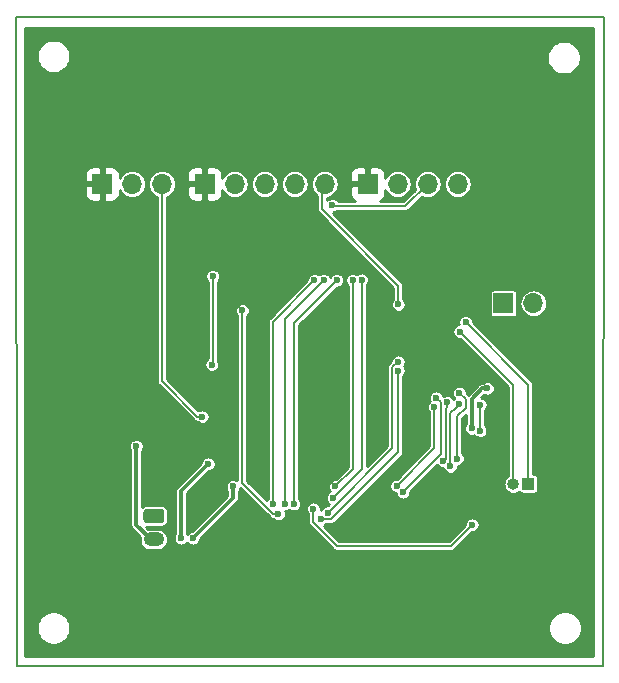
<source format=gbr>
G04 #@! TF.GenerationSoftware,KiCad,Pcbnew,5.1.0*
G04 #@! TF.CreationDate,2019-05-01T02:44:57+08:00*
G04 #@! TF.ProjectId,reflow-toaster-mainboard,7265666c-6f77-42d7-946f-61737465722d,rev?*
G04 #@! TF.SameCoordinates,Original*
G04 #@! TF.FileFunction,Copper,L2,Bot*
G04 #@! TF.FilePolarity,Positive*
%FSLAX46Y46*%
G04 Gerber Fmt 4.6, Leading zero omitted, Abs format (unit mm)*
G04 Created by KiCad (PCBNEW 5.1.0) date 2019-05-01 02:44:57*
%MOMM*%
%LPD*%
G04 APERTURE LIST*
%ADD10C,0.150000*%
%ADD11R,1.700000X1.700000*%
%ADD12O,1.700000X1.700000*%
%ADD13C,0.100000*%
%ADD14C,1.200000*%
%ADD15O,1.750000X1.200000*%
%ADD16R,1.000000X1.000000*%
%ADD17O,1.000000X1.000000*%
%ADD18C,0.600000*%
%ADD19C,0.300000*%
%ADD20C,0.200000*%
%ADD21C,0.254000*%
G04 APERTURE END LIST*
D10*
X171000000Y-54500000D02*
X121200000Y-54500000D01*
X121300000Y-109400000D02*
X121200000Y-54500000D01*
X170900000Y-109400000D02*
X121300000Y-109400000D01*
X171000000Y-54500000D02*
X170900000Y-109400000D01*
D11*
X128520000Y-68600000D03*
D12*
X131060000Y-68600000D03*
X133600000Y-68600000D03*
D11*
X137200000Y-68600000D03*
D12*
X139740000Y-68600000D03*
X142280000Y-68600000D03*
X144820000Y-68600000D03*
X147360000Y-68600000D03*
D13*
G36*
X133549505Y-96101204D02*
G01*
X133573773Y-96104804D01*
X133597572Y-96110765D01*
X133620671Y-96119030D01*
X133642850Y-96129520D01*
X133663893Y-96142132D01*
X133683599Y-96156747D01*
X133701777Y-96173223D01*
X133718253Y-96191401D01*
X133732868Y-96211107D01*
X133745480Y-96232150D01*
X133755970Y-96254329D01*
X133764235Y-96277428D01*
X133770196Y-96301227D01*
X133773796Y-96325495D01*
X133775000Y-96349999D01*
X133775000Y-97050001D01*
X133773796Y-97074505D01*
X133770196Y-97098773D01*
X133764235Y-97122572D01*
X133755970Y-97145671D01*
X133745480Y-97167850D01*
X133732868Y-97188893D01*
X133718253Y-97208599D01*
X133701777Y-97226777D01*
X133683599Y-97243253D01*
X133663893Y-97257868D01*
X133642850Y-97270480D01*
X133620671Y-97280970D01*
X133597572Y-97289235D01*
X133573773Y-97295196D01*
X133549505Y-97298796D01*
X133525001Y-97300000D01*
X132274999Y-97300000D01*
X132250495Y-97298796D01*
X132226227Y-97295196D01*
X132202428Y-97289235D01*
X132179329Y-97280970D01*
X132157150Y-97270480D01*
X132136107Y-97257868D01*
X132116401Y-97243253D01*
X132098223Y-97226777D01*
X132081747Y-97208599D01*
X132067132Y-97188893D01*
X132054520Y-97167850D01*
X132044030Y-97145671D01*
X132035765Y-97122572D01*
X132029804Y-97098773D01*
X132026204Y-97074505D01*
X132025000Y-97050001D01*
X132025000Y-96349999D01*
X132026204Y-96325495D01*
X132029804Y-96301227D01*
X132035765Y-96277428D01*
X132044030Y-96254329D01*
X132054520Y-96232150D01*
X132067132Y-96211107D01*
X132081747Y-96191401D01*
X132098223Y-96173223D01*
X132116401Y-96156747D01*
X132136107Y-96142132D01*
X132157150Y-96129520D01*
X132179329Y-96119030D01*
X132202428Y-96110765D01*
X132226227Y-96104804D01*
X132250495Y-96101204D01*
X132274999Y-96100000D01*
X133525001Y-96100000D01*
X133549505Y-96101204D01*
X133549505Y-96101204D01*
G37*
D14*
X132900000Y-96700000D03*
D15*
X132900000Y-98700000D03*
D11*
X162500000Y-78700000D03*
D12*
X165040000Y-78700000D03*
D11*
X151000000Y-68600000D03*
D12*
X153540000Y-68600000D03*
X156080000Y-68600000D03*
X158620000Y-68600000D03*
D16*
X164600000Y-94000000D03*
D17*
X163330000Y-94000000D03*
D18*
X146700000Y-83500000D03*
X142600000Y-78600000D03*
X151200000Y-78600000D03*
X151200000Y-88400000D03*
X142200000Y-88400000D03*
X145800000Y-88400000D03*
X148800000Y-88400000D03*
X147600000Y-78600000D03*
X151200000Y-83400000D03*
X142200000Y-83400000D03*
X155900000Y-90100000D03*
X153000000Y-93400000D03*
X145800000Y-99200000D03*
X156300000Y-94900000D03*
X139700000Y-93200000D03*
X156600000Y-78700000D03*
X141100000Y-99200000D03*
X144000000Y-76700000D03*
X136400000Y-86300000D03*
X136400000Y-81200000D03*
X159800000Y-89300000D03*
X161150000Y-85900000D03*
X153600000Y-84400000D03*
X147018199Y-96981801D03*
X147606012Y-96431801D03*
X153600000Y-83649997D03*
X148079998Y-95179997D03*
X150500000Y-76700000D03*
X148277179Y-94204997D03*
X149751668Y-76750000D03*
X153474746Y-94164625D03*
X156649990Y-87476337D03*
X154000000Y-94700000D03*
X156800000Y-86700000D03*
X157421463Y-92056369D03*
X157757526Y-87093933D03*
X158010923Y-92520108D03*
X158749979Y-87231169D03*
X158604943Y-91862183D03*
X158768555Y-86294993D03*
X148000000Y-70400000D03*
X148400000Y-76750000D03*
X144750003Y-95700000D03*
X147300000Y-76750000D03*
X144000000Y-95700000D03*
X146500000Y-76750000D03*
X143000000Y-95700000D03*
X160521155Y-89506044D03*
X160542063Y-87285769D03*
X153600000Y-78800000D03*
X140400000Y-79300000D03*
X143450000Y-96550000D03*
X159850000Y-97450000D03*
X146400000Y-96100000D03*
X137900000Y-76400000D03*
X137815000Y-83900000D03*
X139600000Y-94200000D03*
X136200000Y-98600000D03*
X131400000Y-90800000D03*
X137000000Y-88300000D03*
X137500000Y-92300000D03*
X135200000Y-98600000D03*
X158800000Y-81100000D03*
X159300000Y-80300000D03*
D19*
X159800000Y-89300000D02*
X159800000Y-86900000D01*
X159800000Y-86825736D02*
X159800000Y-86900000D01*
X160725736Y-85900000D02*
X159800000Y-86825736D01*
X161150000Y-85900000D02*
X160725736Y-85900000D01*
D20*
X147018199Y-96981801D02*
X147932201Y-96981801D01*
X147932201Y-96981801D02*
X153600000Y-91314002D01*
X153600000Y-91314002D02*
X153600000Y-84400000D01*
X153049999Y-84135999D02*
X153536001Y-83649997D01*
X153536001Y-83649997D02*
X153600000Y-83649997D01*
X153049999Y-90987814D02*
X153049999Y-84135999D01*
X147606012Y-96431801D02*
X153049999Y-90987814D01*
X148079998Y-95179997D02*
X150500000Y-92759995D01*
X150500000Y-92759995D02*
X150500000Y-76700000D01*
X148277179Y-94204997D02*
X149751668Y-92730508D01*
X149751668Y-92730508D02*
X149751668Y-76750000D01*
X156649990Y-90989381D02*
X156649990Y-87900601D01*
X153474746Y-94164625D02*
X156649990Y-90989381D01*
X156649990Y-87900601D02*
X156649990Y-87476337D01*
X154000000Y-94700000D02*
X157200000Y-91500000D01*
X157200000Y-91500000D02*
X157200000Y-87100000D01*
X157200000Y-87100000D02*
X156800000Y-86700000D01*
X157421463Y-92056369D02*
X157599993Y-91877839D01*
X157757526Y-87518197D02*
X157757526Y-87093933D01*
X157599993Y-91877839D02*
X157599993Y-87675730D01*
X157599993Y-87675730D02*
X157757526Y-87518197D01*
X158010923Y-87970225D02*
X158449980Y-87531168D01*
X158449980Y-87531168D02*
X158749979Y-87231169D01*
X158010923Y-92520108D02*
X158010923Y-87970225D01*
X159299989Y-86826427D02*
X159299989Y-87555021D01*
X158768555Y-86294993D02*
X159299989Y-86826427D01*
X158604943Y-91437919D02*
X158604943Y-91862183D01*
X159299989Y-87555021D02*
X158604943Y-88250067D01*
X158604943Y-88250067D02*
X158604943Y-91437919D01*
X154203916Y-70476084D02*
X156080000Y-68600000D01*
X154203916Y-70476084D02*
X148076084Y-70476084D01*
X148076084Y-70476084D02*
X148000000Y-70400000D01*
X148400000Y-76750000D02*
X144750003Y-80399997D01*
X144750003Y-80399997D02*
X144750003Y-95700000D01*
X147300000Y-76750000D02*
X144000000Y-80050000D01*
X144000000Y-80050000D02*
X144000000Y-95700000D01*
X146500000Y-76750000D02*
X143000000Y-80250000D01*
X143000000Y-80250000D02*
X143000000Y-95700000D01*
X160521155Y-89506044D02*
X160521155Y-87306677D01*
X160521155Y-87306677D02*
X160542063Y-87285769D01*
X153600000Y-78800000D02*
X153600000Y-77200000D01*
X147160000Y-70760000D02*
X147160000Y-68600000D01*
X153600000Y-77200000D02*
X147160000Y-70760000D01*
X140400000Y-93924264D02*
X143025736Y-96550000D01*
X143025736Y-96550000D02*
X143450000Y-96550000D01*
X140400000Y-79600000D02*
X140400000Y-79300000D01*
X140400000Y-79500000D02*
X140400000Y-79600000D01*
X140400000Y-79600000D02*
X140400000Y-93924264D01*
X158050000Y-99250000D02*
X159850000Y-97450000D01*
X146400000Y-97250000D02*
X148400000Y-99250000D01*
X146400000Y-96100000D02*
X146400000Y-97250000D01*
X148400000Y-99250000D02*
X158050000Y-99250000D01*
X137900000Y-76400000D02*
X137900000Y-83815000D01*
X137900000Y-83815000D02*
X137815000Y-83900000D01*
D19*
X139600000Y-94200000D02*
X139600000Y-95200000D01*
X139600000Y-95200000D02*
X136200000Y-98600000D01*
X131400000Y-97475000D02*
X132625000Y-98700000D01*
X132625000Y-98700000D02*
X132900000Y-98700000D01*
X131400000Y-90800000D02*
X131400000Y-97475000D01*
D20*
X133600000Y-69802081D02*
X133600000Y-68600000D01*
X136575736Y-88300000D02*
X133600000Y-85324264D01*
X133600000Y-85324264D02*
X133600000Y-69802081D01*
X137000000Y-88300000D02*
X136575736Y-88300000D01*
D19*
X137500000Y-92300000D02*
X135200000Y-94600000D01*
X135200000Y-94600000D02*
X135200000Y-98600000D01*
D20*
X163330000Y-85630000D02*
X163330000Y-94000000D01*
X158800000Y-81100000D02*
X163330000Y-85630000D01*
X164600000Y-85600000D02*
X164600000Y-94000000D01*
X159300000Y-80300000D02*
X164600000Y-85600000D01*
D21*
G36*
X170073000Y-108573000D02*
G01*
X122027000Y-108573000D01*
X122027000Y-106059453D01*
X122973000Y-106059453D01*
X122973000Y-106340547D01*
X123027838Y-106616241D01*
X123135409Y-106875938D01*
X123291576Y-107109660D01*
X123490340Y-107308424D01*
X123724062Y-107464591D01*
X123983759Y-107572162D01*
X124259453Y-107627000D01*
X124540547Y-107627000D01*
X124816241Y-107572162D01*
X125075938Y-107464591D01*
X125309660Y-107308424D01*
X125508424Y-107109660D01*
X125664591Y-106875938D01*
X125772162Y-106616241D01*
X125827000Y-106340547D01*
X125827000Y-106059453D01*
X166273000Y-106059453D01*
X166273000Y-106340547D01*
X166327838Y-106616241D01*
X166435409Y-106875938D01*
X166591576Y-107109660D01*
X166790340Y-107308424D01*
X167024062Y-107464591D01*
X167283759Y-107572162D01*
X167559453Y-107627000D01*
X167840547Y-107627000D01*
X168116241Y-107572162D01*
X168375938Y-107464591D01*
X168609660Y-107308424D01*
X168808424Y-107109660D01*
X168964591Y-106875938D01*
X169072162Y-106616241D01*
X169127000Y-106340547D01*
X169127000Y-106059453D01*
X169072162Y-105783759D01*
X168964591Y-105524062D01*
X168808424Y-105290340D01*
X168609660Y-105091576D01*
X168375938Y-104935409D01*
X168116241Y-104827838D01*
X167840547Y-104773000D01*
X167559453Y-104773000D01*
X167283759Y-104827838D01*
X167024062Y-104935409D01*
X166790340Y-105091576D01*
X166591576Y-105290340D01*
X166435409Y-105524062D01*
X166327838Y-105783759D01*
X166273000Y-106059453D01*
X125827000Y-106059453D01*
X125772162Y-105783759D01*
X125664591Y-105524062D01*
X125508424Y-105290340D01*
X125309660Y-105091576D01*
X125075938Y-104935409D01*
X124816241Y-104827838D01*
X124540547Y-104773000D01*
X124259453Y-104773000D01*
X123983759Y-104827838D01*
X123724062Y-104935409D01*
X123490340Y-105091576D01*
X123291576Y-105290340D01*
X123135409Y-105524062D01*
X123027838Y-105783759D01*
X122973000Y-106059453D01*
X122027000Y-106059453D01*
X122027000Y-90738246D01*
X130773000Y-90738246D01*
X130773000Y-90861754D01*
X130797095Y-90982889D01*
X130844360Y-91096996D01*
X130912977Y-91199689D01*
X130923000Y-91209712D01*
X130923001Y-97451575D01*
X130920694Y-97475000D01*
X130929903Y-97568507D01*
X130957178Y-97658422D01*
X130957179Y-97658423D01*
X131001472Y-97741289D01*
X131006156Y-97746996D01*
X131038505Y-97786413D01*
X131061080Y-97813921D01*
X131079271Y-97828850D01*
X131724745Y-98474325D01*
X131711413Y-98518276D01*
X131693515Y-98700000D01*
X131711413Y-98881724D01*
X131764420Y-99056464D01*
X131850499Y-99217505D01*
X131966341Y-99358659D01*
X132107495Y-99474501D01*
X132268536Y-99560580D01*
X132443276Y-99613587D01*
X132579462Y-99627000D01*
X133220538Y-99627000D01*
X133356724Y-99613587D01*
X133531464Y-99560580D01*
X133692505Y-99474501D01*
X133833659Y-99358659D01*
X133949501Y-99217505D01*
X134035580Y-99056464D01*
X134088587Y-98881724D01*
X134106485Y-98700000D01*
X134090554Y-98538246D01*
X134573000Y-98538246D01*
X134573000Y-98661754D01*
X134597095Y-98782889D01*
X134644360Y-98896996D01*
X134712977Y-98999689D01*
X134800311Y-99087023D01*
X134903004Y-99155640D01*
X135017111Y-99202905D01*
X135138246Y-99227000D01*
X135261754Y-99227000D01*
X135382889Y-99202905D01*
X135496996Y-99155640D01*
X135599689Y-99087023D01*
X135687023Y-98999689D01*
X135700000Y-98980267D01*
X135712977Y-98999689D01*
X135800311Y-99087023D01*
X135903004Y-99155640D01*
X136017111Y-99202905D01*
X136138246Y-99227000D01*
X136261754Y-99227000D01*
X136382889Y-99202905D01*
X136496996Y-99155640D01*
X136599689Y-99087023D01*
X136687023Y-98999689D01*
X136755640Y-98896996D01*
X136802905Y-98782889D01*
X136827000Y-98661754D01*
X136827000Y-98647579D01*
X139920729Y-95553851D01*
X139938921Y-95538921D01*
X139998529Y-95466289D01*
X140042822Y-95383423D01*
X140070097Y-95293508D01*
X140077000Y-95223423D01*
X140077000Y-95223416D01*
X140079306Y-95200001D01*
X140077000Y-95176586D01*
X140077000Y-94609712D01*
X140087023Y-94599689D01*
X140155640Y-94496996D01*
X140202905Y-94382889D01*
X140211508Y-94339640D01*
X142708972Y-96837105D01*
X142722341Y-96853395D01*
X142738631Y-96866764D01*
X142738634Y-96866767D01*
X142787359Y-96906755D01*
X142827009Y-96927948D01*
X142861540Y-96946405D01*
X142942029Y-96970822D01*
X142988707Y-96975419D01*
X143050311Y-97037023D01*
X143153004Y-97105640D01*
X143267111Y-97152905D01*
X143388246Y-97177000D01*
X143511754Y-97177000D01*
X143632889Y-97152905D01*
X143746996Y-97105640D01*
X143849689Y-97037023D01*
X143937023Y-96949689D01*
X144005640Y-96846996D01*
X144052905Y-96732889D01*
X144077000Y-96611754D01*
X144077000Y-96488246D01*
X144052905Y-96367111D01*
X144036290Y-96327000D01*
X144061754Y-96327000D01*
X144182889Y-96302905D01*
X144296996Y-96255640D01*
X144375002Y-96203519D01*
X144453007Y-96255640D01*
X144567114Y-96302905D01*
X144688249Y-96327000D01*
X144811757Y-96327000D01*
X144932892Y-96302905D01*
X145046999Y-96255640D01*
X145149692Y-96187023D01*
X145237026Y-96099689D01*
X145278080Y-96038246D01*
X145773000Y-96038246D01*
X145773000Y-96161754D01*
X145797095Y-96282889D01*
X145844360Y-96396996D01*
X145912977Y-96499689D01*
X145973000Y-96559712D01*
X145973001Y-97229023D01*
X145970935Y-97250000D01*
X145979179Y-97333706D01*
X146003596Y-97414196D01*
X146043245Y-97488376D01*
X146083232Y-97537100D01*
X146083237Y-97537105D01*
X146096606Y-97553395D01*
X146112896Y-97566764D01*
X148083236Y-99537105D01*
X148096605Y-99553395D01*
X148112895Y-99566764D01*
X148112899Y-99566768D01*
X148161623Y-99606755D01*
X148199500Y-99627000D01*
X148235804Y-99646405D01*
X148316293Y-99670822D01*
X148379022Y-99677000D01*
X148379032Y-99677000D01*
X148399999Y-99679065D01*
X148420966Y-99677000D01*
X158029033Y-99677000D01*
X158050000Y-99679065D01*
X158070967Y-99677000D01*
X158070978Y-99677000D01*
X158133707Y-99670822D01*
X158214196Y-99646405D01*
X158288376Y-99606755D01*
X158353395Y-99553395D01*
X158366768Y-99537100D01*
X159826869Y-98077000D01*
X159911754Y-98077000D01*
X160032889Y-98052905D01*
X160146996Y-98005640D01*
X160249689Y-97937023D01*
X160337023Y-97849689D01*
X160405640Y-97746996D01*
X160452905Y-97632889D01*
X160477000Y-97511754D01*
X160477000Y-97388246D01*
X160452905Y-97267111D01*
X160405640Y-97153004D01*
X160337023Y-97050311D01*
X160249689Y-96962977D01*
X160146996Y-96894360D01*
X160032889Y-96847095D01*
X159911754Y-96823000D01*
X159788246Y-96823000D01*
X159667111Y-96847095D01*
X159553004Y-96894360D01*
X159450311Y-96962977D01*
X159362977Y-97050311D01*
X159294360Y-97153004D01*
X159247095Y-97267111D01*
X159223000Y-97388246D01*
X159223000Y-97473131D01*
X157873132Y-98823000D01*
X148576869Y-98823000D01*
X147298305Y-97544437D01*
X147315195Y-97537441D01*
X147417888Y-97468824D01*
X147477911Y-97408801D01*
X147911234Y-97408801D01*
X147932201Y-97410866D01*
X147953168Y-97408801D01*
X147953179Y-97408801D01*
X148015908Y-97402623D01*
X148096397Y-97378206D01*
X148170577Y-97338556D01*
X148235596Y-97285196D01*
X148248969Y-97268901D01*
X151415000Y-94102871D01*
X152847746Y-94102871D01*
X152847746Y-94226379D01*
X152871841Y-94347514D01*
X152919106Y-94461621D01*
X152987723Y-94564314D01*
X153075057Y-94651648D01*
X153177750Y-94720265D01*
X153291857Y-94767530D01*
X153377539Y-94784573D01*
X153397095Y-94882889D01*
X153444360Y-94996996D01*
X153512977Y-95099689D01*
X153600311Y-95187023D01*
X153703004Y-95255640D01*
X153817111Y-95302905D01*
X153938246Y-95327000D01*
X154061754Y-95327000D01*
X154182889Y-95302905D01*
X154296996Y-95255640D01*
X154399689Y-95187023D01*
X154487023Y-95099689D01*
X154555640Y-94996996D01*
X154602905Y-94882889D01*
X154627000Y-94761754D01*
X154627000Y-94676868D01*
X156899741Y-92404128D01*
X156934440Y-92456058D01*
X157021774Y-92543392D01*
X157124467Y-92612009D01*
X157238574Y-92659274D01*
X157359709Y-92683369D01*
X157404114Y-92683369D01*
X157408018Y-92702997D01*
X157455283Y-92817104D01*
X157523900Y-92919797D01*
X157611234Y-93007131D01*
X157713927Y-93075748D01*
X157828034Y-93123013D01*
X157949169Y-93147108D01*
X158072677Y-93147108D01*
X158193812Y-93123013D01*
X158307919Y-93075748D01*
X158410612Y-93007131D01*
X158497946Y-92919797D01*
X158566563Y-92817104D01*
X158613828Y-92702997D01*
X158637923Y-92581862D01*
X158637923Y-92489183D01*
X158666697Y-92489183D01*
X158787832Y-92465088D01*
X158901939Y-92417823D01*
X159004632Y-92349206D01*
X159091966Y-92261872D01*
X159160583Y-92159179D01*
X159207848Y-92045072D01*
X159231943Y-91923937D01*
X159231943Y-91800429D01*
X159207848Y-91679294D01*
X159160583Y-91565187D01*
X159091966Y-91462494D01*
X159031943Y-91402471D01*
X159031943Y-88426935D01*
X159323000Y-88135878D01*
X159323000Y-88890288D01*
X159312977Y-88900311D01*
X159244360Y-89003004D01*
X159197095Y-89117111D01*
X159173000Y-89238246D01*
X159173000Y-89361754D01*
X159197095Y-89482889D01*
X159244360Y-89596996D01*
X159312977Y-89699689D01*
X159400311Y-89787023D01*
X159503004Y-89855640D01*
X159617111Y-89902905D01*
X159738246Y-89927000D01*
X159861754Y-89927000D01*
X159982889Y-89902905D01*
X160021544Y-89886894D01*
X160034132Y-89905733D01*
X160121466Y-89993067D01*
X160224159Y-90061684D01*
X160338266Y-90108949D01*
X160459401Y-90133044D01*
X160582909Y-90133044D01*
X160704044Y-90108949D01*
X160818151Y-90061684D01*
X160920844Y-89993067D01*
X161008178Y-89905733D01*
X161076795Y-89803040D01*
X161124060Y-89688933D01*
X161148155Y-89567798D01*
X161148155Y-89444290D01*
X161124060Y-89323155D01*
X161076795Y-89209048D01*
X161008178Y-89106355D01*
X160948155Y-89046332D01*
X160948155Y-87766389D01*
X161029086Y-87685458D01*
X161097703Y-87582765D01*
X161144968Y-87468658D01*
X161169063Y-87347523D01*
X161169063Y-87224015D01*
X161144968Y-87102880D01*
X161097703Y-86988773D01*
X161029086Y-86886080D01*
X160941752Y-86798746D01*
X160839059Y-86730129D01*
X160724952Y-86682864D01*
X160635287Y-86665029D01*
X160848012Y-86452304D01*
X160853004Y-86455640D01*
X160967111Y-86502905D01*
X161088246Y-86527000D01*
X161211754Y-86527000D01*
X161332889Y-86502905D01*
X161446996Y-86455640D01*
X161549689Y-86387023D01*
X161637023Y-86299689D01*
X161705640Y-86196996D01*
X161752905Y-86082889D01*
X161777000Y-85961754D01*
X161777000Y-85838246D01*
X161752905Y-85717111D01*
X161705640Y-85603004D01*
X161637023Y-85500311D01*
X161549689Y-85412977D01*
X161446996Y-85344360D01*
X161332889Y-85297095D01*
X161211754Y-85273000D01*
X161088246Y-85273000D01*
X160967111Y-85297095D01*
X160853004Y-85344360D01*
X160750311Y-85412977D01*
X160741083Y-85422205D01*
X160725735Y-85420694D01*
X160702320Y-85423000D01*
X160702313Y-85423000D01*
X160641074Y-85429032D01*
X160632227Y-85429903D01*
X160612771Y-85435805D01*
X160542313Y-85457178D01*
X160459447Y-85501471D01*
X160386815Y-85561079D01*
X160371885Y-85579271D01*
X159514294Y-86436863D01*
X159395555Y-86318124D01*
X159395555Y-86233239D01*
X159371460Y-86112104D01*
X159324195Y-85997997D01*
X159255578Y-85895304D01*
X159168244Y-85807970D01*
X159065551Y-85739353D01*
X158951444Y-85692088D01*
X158830309Y-85667993D01*
X158706801Y-85667993D01*
X158585666Y-85692088D01*
X158471559Y-85739353D01*
X158368866Y-85807970D01*
X158281532Y-85895304D01*
X158212915Y-85997997D01*
X158165650Y-86112104D01*
X158141555Y-86233239D01*
X158141555Y-86356747D01*
X158165650Y-86477882D01*
X158212915Y-86591989D01*
X158281532Y-86694682D01*
X158340643Y-86753793D01*
X158306891Y-86787545D01*
X158244549Y-86694244D01*
X158157215Y-86606910D01*
X158054522Y-86538293D01*
X157940415Y-86491028D01*
X157819280Y-86466933D01*
X157695772Y-86466933D01*
X157574637Y-86491028D01*
X157460530Y-86538293D01*
X157413384Y-86569795D01*
X157402905Y-86517111D01*
X157355640Y-86403004D01*
X157287023Y-86300311D01*
X157199689Y-86212977D01*
X157096996Y-86144360D01*
X156982889Y-86097095D01*
X156861754Y-86073000D01*
X156738246Y-86073000D01*
X156617111Y-86097095D01*
X156503004Y-86144360D01*
X156400311Y-86212977D01*
X156312977Y-86300311D01*
X156244360Y-86403004D01*
X156197095Y-86517111D01*
X156173000Y-86638246D01*
X156173000Y-86761754D01*
X156197095Y-86882889D01*
X156243850Y-86995765D01*
X156162967Y-87076648D01*
X156094350Y-87179341D01*
X156047085Y-87293448D01*
X156022990Y-87414583D01*
X156022990Y-87538091D01*
X156047085Y-87659226D01*
X156094350Y-87773333D01*
X156162967Y-87876026D01*
X156222991Y-87936050D01*
X156222990Y-90812511D01*
X153497878Y-93537625D01*
X153412992Y-93537625D01*
X153291857Y-93561720D01*
X153177750Y-93608985D01*
X153075057Y-93677602D01*
X152987723Y-93764936D01*
X152919106Y-93867629D01*
X152871841Y-93981736D01*
X152847746Y-94102871D01*
X151415000Y-94102871D01*
X153887112Y-91630760D01*
X153903395Y-91617397D01*
X153916759Y-91601113D01*
X153916768Y-91601104D01*
X153956755Y-91552379D01*
X153996404Y-91478199D01*
X153996405Y-91478198D01*
X154020822Y-91397709D01*
X154027000Y-91334980D01*
X154027000Y-91334970D01*
X154029065Y-91314003D01*
X154027000Y-91293036D01*
X154027000Y-84859712D01*
X154087023Y-84799689D01*
X154155640Y-84696996D01*
X154202905Y-84582889D01*
X154227000Y-84461754D01*
X154227000Y-84338246D01*
X154202905Y-84217111D01*
X154155640Y-84103004D01*
X154103519Y-84024999D01*
X154155640Y-83946993D01*
X154202905Y-83832886D01*
X154227000Y-83711751D01*
X154227000Y-83588243D01*
X154202905Y-83467108D01*
X154155640Y-83353001D01*
X154087023Y-83250308D01*
X153999689Y-83162974D01*
X153896996Y-83094357D01*
X153782889Y-83047092D01*
X153661754Y-83022997D01*
X153538246Y-83022997D01*
X153417111Y-83047092D01*
X153303004Y-83094357D01*
X153200311Y-83162974D01*
X153112977Y-83250308D01*
X153044360Y-83353001D01*
X152997095Y-83467108D01*
X152973000Y-83588243D01*
X152973000Y-83609130D01*
X152762894Y-83819236D01*
X152746605Y-83832604D01*
X152733236Y-83848894D01*
X152733231Y-83848899D01*
X152693244Y-83897623D01*
X152672145Y-83937098D01*
X152653595Y-83971803D01*
X152629178Y-84052292D01*
X152624184Y-84103004D01*
X152620934Y-84135999D01*
X152623000Y-84156976D01*
X152622999Y-90810944D01*
X150927000Y-92506944D01*
X150927000Y-81038246D01*
X158173000Y-81038246D01*
X158173000Y-81161754D01*
X158197095Y-81282889D01*
X158244360Y-81396996D01*
X158312977Y-81499689D01*
X158400311Y-81587023D01*
X158503004Y-81655640D01*
X158617111Y-81702905D01*
X158738246Y-81727000D01*
X158823132Y-81727000D01*
X162903000Y-85806869D01*
X162903001Y-93290511D01*
X162868321Y-93309048D01*
X162742394Y-93412394D01*
X162639048Y-93538321D01*
X162562255Y-93681990D01*
X162514966Y-93837880D01*
X162498999Y-94000000D01*
X162514966Y-94162120D01*
X162562255Y-94318010D01*
X162639048Y-94461679D01*
X162742394Y-94587606D01*
X162868321Y-94690952D01*
X163011990Y-94767745D01*
X163167880Y-94815034D01*
X163289376Y-94827000D01*
X163370624Y-94827000D01*
X163492120Y-94815034D01*
X163648010Y-94767745D01*
X163791679Y-94690952D01*
X163819209Y-94668359D01*
X163826794Y-94682550D01*
X163867657Y-94732343D01*
X163917450Y-94773206D01*
X163974257Y-94803570D01*
X164035897Y-94822268D01*
X164100000Y-94828582D01*
X165100000Y-94828582D01*
X165164103Y-94822268D01*
X165225743Y-94803570D01*
X165282550Y-94773206D01*
X165332343Y-94732343D01*
X165373206Y-94682550D01*
X165403570Y-94625743D01*
X165422268Y-94564103D01*
X165428582Y-94500000D01*
X165428582Y-93500000D01*
X165422268Y-93435897D01*
X165403570Y-93374257D01*
X165373206Y-93317450D01*
X165332343Y-93267657D01*
X165282550Y-93226794D01*
X165225743Y-93196430D01*
X165164103Y-93177732D01*
X165100000Y-93171418D01*
X165027000Y-93171418D01*
X165027000Y-85620967D01*
X165029065Y-85600000D01*
X165027000Y-85579033D01*
X165027000Y-85579022D01*
X165020822Y-85516293D01*
X164996405Y-85435804D01*
X164956756Y-85361625D01*
X164956755Y-85361623D01*
X164916768Y-85312899D01*
X164916764Y-85312895D01*
X164903395Y-85296605D01*
X164887107Y-85283238D01*
X159927000Y-80323132D01*
X159927000Y-80238246D01*
X159902905Y-80117111D01*
X159855640Y-80003004D01*
X159787023Y-79900311D01*
X159699689Y-79812977D01*
X159596996Y-79744360D01*
X159482889Y-79697095D01*
X159361754Y-79673000D01*
X159238246Y-79673000D01*
X159117111Y-79697095D01*
X159003004Y-79744360D01*
X158900311Y-79812977D01*
X158812977Y-79900311D01*
X158744360Y-80003004D01*
X158697095Y-80117111D01*
X158673000Y-80238246D01*
X158673000Y-80361754D01*
X158696769Y-80481250D01*
X158617111Y-80497095D01*
X158503004Y-80544360D01*
X158400311Y-80612977D01*
X158312977Y-80700311D01*
X158244360Y-80803004D01*
X158197095Y-80917111D01*
X158173000Y-81038246D01*
X150927000Y-81038246D01*
X150927000Y-77159712D01*
X150987023Y-77099689D01*
X151055640Y-76996996D01*
X151102905Y-76882889D01*
X151127000Y-76761754D01*
X151127000Y-76638246D01*
X151102905Y-76517111D01*
X151055640Y-76403004D01*
X150987023Y-76300311D01*
X150899689Y-76212977D01*
X150796996Y-76144360D01*
X150682889Y-76097095D01*
X150561754Y-76073000D01*
X150438246Y-76073000D01*
X150317111Y-76097095D01*
X150203004Y-76144360D01*
X150100311Y-76212977D01*
X150090784Y-76222504D01*
X150048664Y-76194360D01*
X149934557Y-76147095D01*
X149813422Y-76123000D01*
X149689914Y-76123000D01*
X149568779Y-76147095D01*
X149454672Y-76194360D01*
X149351979Y-76262977D01*
X149264645Y-76350311D01*
X149196028Y-76453004D01*
X149148763Y-76567111D01*
X149124668Y-76688246D01*
X149124668Y-76811754D01*
X149148763Y-76932889D01*
X149196028Y-77046996D01*
X149264645Y-77149689D01*
X149324669Y-77209713D01*
X149324668Y-92553638D01*
X148300311Y-93577997D01*
X148215425Y-93577997D01*
X148094290Y-93602092D01*
X147980183Y-93649357D01*
X147877490Y-93717974D01*
X147790156Y-93805308D01*
X147721539Y-93908001D01*
X147674274Y-94022108D01*
X147650179Y-94143243D01*
X147650179Y-94266751D01*
X147674274Y-94387886D01*
X147721539Y-94501993D01*
X147790156Y-94604686D01*
X147801970Y-94616500D01*
X147783002Y-94624357D01*
X147680309Y-94692974D01*
X147592975Y-94780308D01*
X147524358Y-94883001D01*
X147477093Y-94997108D01*
X147452998Y-95118243D01*
X147452998Y-95241751D01*
X147477093Y-95362886D01*
X147524358Y-95476993D01*
X147592975Y-95579686D01*
X147680309Y-95667020D01*
X147732231Y-95701713D01*
X147629144Y-95804801D01*
X147544258Y-95804801D01*
X147423123Y-95828896D01*
X147309016Y-95876161D01*
X147206323Y-95944778D01*
X147118989Y-96032112D01*
X147050372Y-96134805D01*
X147015720Y-96218461D01*
X147027000Y-96161754D01*
X147027000Y-96038246D01*
X147002905Y-95917111D01*
X146955640Y-95803004D01*
X146887023Y-95700311D01*
X146799689Y-95612977D01*
X146696996Y-95544360D01*
X146582889Y-95497095D01*
X146461754Y-95473000D01*
X146338246Y-95473000D01*
X146217111Y-95497095D01*
X146103004Y-95544360D01*
X146000311Y-95612977D01*
X145912977Y-95700311D01*
X145844360Y-95803004D01*
X145797095Y-95917111D01*
X145773000Y-96038246D01*
X145278080Y-96038246D01*
X145305643Y-95996996D01*
X145352908Y-95882889D01*
X145377003Y-95761754D01*
X145377003Y-95638246D01*
X145352908Y-95517111D01*
X145305643Y-95403004D01*
X145237026Y-95300311D01*
X145177003Y-95240288D01*
X145177003Y-80576865D01*
X148376870Y-77377000D01*
X148461754Y-77377000D01*
X148582889Y-77352905D01*
X148696996Y-77305640D01*
X148799689Y-77237023D01*
X148887023Y-77149689D01*
X148955640Y-77046996D01*
X149002905Y-76932889D01*
X149027000Y-76811754D01*
X149027000Y-76688246D01*
X149002905Y-76567111D01*
X148955640Y-76453004D01*
X148887023Y-76350311D01*
X148799689Y-76262977D01*
X148696996Y-76194360D01*
X148582889Y-76147095D01*
X148461754Y-76123000D01*
X148338246Y-76123000D01*
X148217111Y-76147095D01*
X148103004Y-76194360D01*
X148000311Y-76262977D01*
X147912977Y-76350311D01*
X147850000Y-76444563D01*
X147787023Y-76350311D01*
X147699689Y-76262977D01*
X147596996Y-76194360D01*
X147482889Y-76147095D01*
X147361754Y-76123000D01*
X147238246Y-76123000D01*
X147117111Y-76147095D01*
X147003004Y-76194360D01*
X146900311Y-76262977D01*
X146900000Y-76263288D01*
X146899689Y-76262977D01*
X146796996Y-76194360D01*
X146682889Y-76147095D01*
X146561754Y-76123000D01*
X146438246Y-76123000D01*
X146317111Y-76147095D01*
X146203004Y-76194360D01*
X146100311Y-76262977D01*
X146012977Y-76350311D01*
X145944360Y-76453004D01*
X145897095Y-76567111D01*
X145873000Y-76688246D01*
X145873000Y-76773131D01*
X142712900Y-79933232D01*
X142696605Y-79946605D01*
X142683233Y-79962899D01*
X142683232Y-79962900D01*
X142643245Y-80011624D01*
X142626345Y-80043242D01*
X142603595Y-80085805D01*
X142579178Y-80166294D01*
X142573000Y-80229023D01*
X142573000Y-80229033D01*
X142570935Y-80250000D01*
X142573000Y-80270967D01*
X142573001Y-95240287D01*
X142512977Y-95300311D01*
X142459680Y-95380076D01*
X140827000Y-93747396D01*
X140827000Y-79759712D01*
X140887023Y-79699689D01*
X140955640Y-79596996D01*
X141002905Y-79482889D01*
X141027000Y-79361754D01*
X141027000Y-79238246D01*
X141002905Y-79117111D01*
X140955640Y-79003004D01*
X140887023Y-78900311D01*
X140799689Y-78812977D01*
X140696996Y-78744360D01*
X140582889Y-78697095D01*
X140461754Y-78673000D01*
X140338246Y-78673000D01*
X140217111Y-78697095D01*
X140103004Y-78744360D01*
X140000311Y-78812977D01*
X139912977Y-78900311D01*
X139844360Y-79003004D01*
X139797095Y-79117111D01*
X139773000Y-79238246D01*
X139773000Y-79361754D01*
X139797095Y-79482889D01*
X139844360Y-79596996D01*
X139912977Y-79699689D01*
X139973000Y-79759712D01*
X139973001Y-93695145D01*
X139896996Y-93644360D01*
X139782889Y-93597095D01*
X139661754Y-93573000D01*
X139538246Y-93573000D01*
X139417111Y-93597095D01*
X139303004Y-93644360D01*
X139200311Y-93712977D01*
X139112977Y-93800311D01*
X139044360Y-93903004D01*
X138997095Y-94017111D01*
X138973000Y-94138246D01*
X138973000Y-94261754D01*
X138997095Y-94382889D01*
X139044360Y-94496996D01*
X139112977Y-94599689D01*
X139123000Y-94609712D01*
X139123001Y-95002419D01*
X136152421Y-97973000D01*
X136138246Y-97973000D01*
X136017111Y-97997095D01*
X135903004Y-98044360D01*
X135800311Y-98112977D01*
X135712977Y-98200311D01*
X135700000Y-98219733D01*
X135687023Y-98200311D01*
X135677000Y-98190288D01*
X135677000Y-94797579D01*
X137547580Y-92927000D01*
X137561754Y-92927000D01*
X137682889Y-92902905D01*
X137796996Y-92855640D01*
X137899689Y-92787023D01*
X137987023Y-92699689D01*
X138055640Y-92596996D01*
X138102905Y-92482889D01*
X138127000Y-92361754D01*
X138127000Y-92238246D01*
X138102905Y-92117111D01*
X138055640Y-92003004D01*
X137987023Y-91900311D01*
X137899689Y-91812977D01*
X137796996Y-91744360D01*
X137682889Y-91697095D01*
X137561754Y-91673000D01*
X137438246Y-91673000D01*
X137317111Y-91697095D01*
X137203004Y-91744360D01*
X137100311Y-91812977D01*
X137012977Y-91900311D01*
X136944360Y-92003004D01*
X136897095Y-92117111D01*
X136873000Y-92238246D01*
X136873000Y-92252420D01*
X134879276Y-94246145D01*
X134861079Y-94261079D01*
X134801471Y-94333711D01*
X134757178Y-94416578D01*
X134729903Y-94506493D01*
X134723000Y-94576578D01*
X134723000Y-94576585D01*
X134720694Y-94600000D01*
X134723000Y-94623415D01*
X134723001Y-98190287D01*
X134712977Y-98200311D01*
X134644360Y-98303004D01*
X134597095Y-98417111D01*
X134573000Y-98538246D01*
X134090554Y-98538246D01*
X134088587Y-98518276D01*
X134035580Y-98343536D01*
X133949501Y-98182495D01*
X133833659Y-98041341D01*
X133692505Y-97925499D01*
X133531464Y-97839420D01*
X133356724Y-97786413D01*
X133220538Y-97773000D01*
X132579462Y-97773000D01*
X132443276Y-97786413D01*
X132399325Y-97799745D01*
X132223044Y-97623465D01*
X132274999Y-97628582D01*
X133525001Y-97628582D01*
X133637877Y-97617465D01*
X133746414Y-97584540D01*
X133846443Y-97531074D01*
X133934120Y-97459120D01*
X134006074Y-97371443D01*
X134059540Y-97271414D01*
X134092465Y-97162877D01*
X134103582Y-97050001D01*
X134103582Y-96349999D01*
X134092465Y-96237123D01*
X134059540Y-96128586D01*
X134006074Y-96028557D01*
X133934120Y-95940880D01*
X133846443Y-95868926D01*
X133746414Y-95815460D01*
X133637877Y-95782535D01*
X133525001Y-95771418D01*
X132274999Y-95771418D01*
X132162123Y-95782535D01*
X132053586Y-95815460D01*
X131953557Y-95868926D01*
X131877000Y-95931754D01*
X131877000Y-91209712D01*
X131887023Y-91199689D01*
X131955640Y-91096996D01*
X132002905Y-90982889D01*
X132027000Y-90861754D01*
X132027000Y-90738246D01*
X132002905Y-90617111D01*
X131955640Y-90503004D01*
X131887023Y-90400311D01*
X131799689Y-90312977D01*
X131696996Y-90244360D01*
X131582889Y-90197095D01*
X131461754Y-90173000D01*
X131338246Y-90173000D01*
X131217111Y-90197095D01*
X131103004Y-90244360D01*
X131000311Y-90312977D01*
X130912977Y-90400311D01*
X130844360Y-90503004D01*
X130797095Y-90617111D01*
X130773000Y-90738246D01*
X122027000Y-90738246D01*
X122027000Y-69450000D01*
X127031928Y-69450000D01*
X127044188Y-69574482D01*
X127080498Y-69694180D01*
X127139463Y-69804494D01*
X127218815Y-69901185D01*
X127315506Y-69980537D01*
X127425820Y-70039502D01*
X127545518Y-70075812D01*
X127670000Y-70088072D01*
X128234250Y-70085000D01*
X128393000Y-69926250D01*
X128393000Y-68727000D01*
X127193750Y-68727000D01*
X127035000Y-68885750D01*
X127031928Y-69450000D01*
X122027000Y-69450000D01*
X122027000Y-67750000D01*
X127031928Y-67750000D01*
X127035000Y-68314250D01*
X127193750Y-68473000D01*
X128393000Y-68473000D01*
X128393000Y-67273750D01*
X128647000Y-67273750D01*
X128647000Y-68473000D01*
X128667000Y-68473000D01*
X128667000Y-68727000D01*
X128647000Y-68727000D01*
X128647000Y-69926250D01*
X128805750Y-70085000D01*
X129370000Y-70088072D01*
X129494482Y-70075812D01*
X129614180Y-70039502D01*
X129724494Y-69980537D01*
X129821185Y-69901185D01*
X129900537Y-69804494D01*
X129959502Y-69694180D01*
X129995812Y-69574482D01*
X130008072Y-69450000D01*
X130006305Y-69125509D01*
X130076626Y-69257070D01*
X130223709Y-69436291D01*
X130402930Y-69583374D01*
X130607403Y-69692667D01*
X130829268Y-69759969D01*
X131002188Y-69777000D01*
X131117812Y-69777000D01*
X131290732Y-69759969D01*
X131512597Y-69692667D01*
X131717070Y-69583374D01*
X131896291Y-69436291D01*
X132043374Y-69257070D01*
X132152667Y-69052597D01*
X132219969Y-68830732D01*
X132242694Y-68600000D01*
X132417306Y-68600000D01*
X132440031Y-68830732D01*
X132507333Y-69052597D01*
X132616626Y-69257070D01*
X132763709Y-69436291D01*
X132942930Y-69583374D01*
X133147403Y-69692667D01*
X133173000Y-69700432D01*
X133173000Y-69823058D01*
X133173001Y-69823068D01*
X133173000Y-85303297D01*
X133170935Y-85324264D01*
X133173000Y-85345231D01*
X133173000Y-85345241D01*
X133179178Y-85407970D01*
X133203595Y-85488459D01*
X133203596Y-85488460D01*
X133243245Y-85562640D01*
X133273906Y-85600000D01*
X133296605Y-85627659D01*
X133312900Y-85641032D01*
X136258977Y-88587111D01*
X136272341Y-88603395D01*
X136288625Y-88616759D01*
X136288634Y-88616768D01*
X136337359Y-88656755D01*
X136363801Y-88670888D01*
X136411540Y-88696405D01*
X136492029Y-88720822D01*
X136538707Y-88725419D01*
X136600311Y-88787023D01*
X136703004Y-88855640D01*
X136817111Y-88902905D01*
X136938246Y-88927000D01*
X137061754Y-88927000D01*
X137182889Y-88902905D01*
X137296996Y-88855640D01*
X137399689Y-88787023D01*
X137487023Y-88699689D01*
X137555640Y-88596996D01*
X137602905Y-88482889D01*
X137627000Y-88361754D01*
X137627000Y-88238246D01*
X137602905Y-88117111D01*
X137555640Y-88003004D01*
X137487023Y-87900311D01*
X137399689Y-87812977D01*
X137296996Y-87744360D01*
X137182889Y-87697095D01*
X137061754Y-87673000D01*
X136938246Y-87673000D01*
X136817111Y-87697095D01*
X136703004Y-87744360D01*
X136655624Y-87776018D01*
X134027000Y-85147396D01*
X134027000Y-83838246D01*
X137188000Y-83838246D01*
X137188000Y-83961754D01*
X137212095Y-84082889D01*
X137259360Y-84196996D01*
X137327977Y-84299689D01*
X137415311Y-84387023D01*
X137518004Y-84455640D01*
X137632111Y-84502905D01*
X137753246Y-84527000D01*
X137876754Y-84527000D01*
X137997889Y-84502905D01*
X138111996Y-84455640D01*
X138214689Y-84387023D01*
X138302023Y-84299689D01*
X138370640Y-84196996D01*
X138417905Y-84082889D01*
X138442000Y-83961754D01*
X138442000Y-83838246D01*
X138417905Y-83717111D01*
X138370640Y-83603004D01*
X138327000Y-83537692D01*
X138327000Y-76859712D01*
X138387023Y-76799689D01*
X138455640Y-76696996D01*
X138502905Y-76582889D01*
X138527000Y-76461754D01*
X138527000Y-76338246D01*
X138502905Y-76217111D01*
X138455640Y-76103004D01*
X138387023Y-76000311D01*
X138299689Y-75912977D01*
X138196996Y-75844360D01*
X138082889Y-75797095D01*
X137961754Y-75773000D01*
X137838246Y-75773000D01*
X137717111Y-75797095D01*
X137603004Y-75844360D01*
X137500311Y-75912977D01*
X137412977Y-76000311D01*
X137344360Y-76103004D01*
X137297095Y-76217111D01*
X137273000Y-76338246D01*
X137273000Y-76461754D01*
X137297095Y-76582889D01*
X137344360Y-76696996D01*
X137412977Y-76799689D01*
X137473000Y-76859712D01*
X137473001Y-83374430D01*
X137415311Y-83412977D01*
X137327977Y-83500311D01*
X137259360Y-83603004D01*
X137212095Y-83717111D01*
X137188000Y-83838246D01*
X134027000Y-83838246D01*
X134027000Y-69700432D01*
X134052597Y-69692667D01*
X134257070Y-69583374D01*
X134419586Y-69450000D01*
X135711928Y-69450000D01*
X135724188Y-69574482D01*
X135760498Y-69694180D01*
X135819463Y-69804494D01*
X135898815Y-69901185D01*
X135995506Y-69980537D01*
X136105820Y-70039502D01*
X136225518Y-70075812D01*
X136350000Y-70088072D01*
X136914250Y-70085000D01*
X137073000Y-69926250D01*
X137073000Y-68727000D01*
X135873750Y-68727000D01*
X135715000Y-68885750D01*
X135711928Y-69450000D01*
X134419586Y-69450000D01*
X134436291Y-69436291D01*
X134583374Y-69257070D01*
X134692667Y-69052597D01*
X134759969Y-68830732D01*
X134782694Y-68600000D01*
X134759969Y-68369268D01*
X134692667Y-68147403D01*
X134583374Y-67942930D01*
X134436291Y-67763709D01*
X134419587Y-67750000D01*
X135711928Y-67750000D01*
X135715000Y-68314250D01*
X135873750Y-68473000D01*
X137073000Y-68473000D01*
X137073000Y-67273750D01*
X137327000Y-67273750D01*
X137327000Y-68473000D01*
X137347000Y-68473000D01*
X137347000Y-68727000D01*
X137327000Y-68727000D01*
X137327000Y-69926250D01*
X137485750Y-70085000D01*
X138050000Y-70088072D01*
X138174482Y-70075812D01*
X138294180Y-70039502D01*
X138404494Y-69980537D01*
X138501185Y-69901185D01*
X138580537Y-69804494D01*
X138639502Y-69694180D01*
X138675812Y-69574482D01*
X138688072Y-69450000D01*
X138686305Y-69125509D01*
X138756626Y-69257070D01*
X138903709Y-69436291D01*
X139082930Y-69583374D01*
X139287403Y-69692667D01*
X139509268Y-69759969D01*
X139682188Y-69777000D01*
X139797812Y-69777000D01*
X139970732Y-69759969D01*
X140192597Y-69692667D01*
X140397070Y-69583374D01*
X140576291Y-69436291D01*
X140723374Y-69257070D01*
X140832667Y-69052597D01*
X140899969Y-68830732D01*
X140922694Y-68600000D01*
X141097306Y-68600000D01*
X141120031Y-68830732D01*
X141187333Y-69052597D01*
X141296626Y-69257070D01*
X141443709Y-69436291D01*
X141622930Y-69583374D01*
X141827403Y-69692667D01*
X142049268Y-69759969D01*
X142222188Y-69777000D01*
X142337812Y-69777000D01*
X142510732Y-69759969D01*
X142732597Y-69692667D01*
X142937070Y-69583374D01*
X143116291Y-69436291D01*
X143263374Y-69257070D01*
X143372667Y-69052597D01*
X143439969Y-68830732D01*
X143462694Y-68600000D01*
X143637306Y-68600000D01*
X143660031Y-68830732D01*
X143727333Y-69052597D01*
X143836626Y-69257070D01*
X143983709Y-69436291D01*
X144162930Y-69583374D01*
X144367403Y-69692667D01*
X144589268Y-69759969D01*
X144762188Y-69777000D01*
X144877812Y-69777000D01*
X145050732Y-69759969D01*
X145272597Y-69692667D01*
X145477070Y-69583374D01*
X145656291Y-69436291D01*
X145803374Y-69257070D01*
X145912667Y-69052597D01*
X145979969Y-68830732D01*
X146002694Y-68600000D01*
X146177306Y-68600000D01*
X146200031Y-68830732D01*
X146267333Y-69052597D01*
X146376626Y-69257070D01*
X146523709Y-69436291D01*
X146702930Y-69583374D01*
X146733001Y-69599447D01*
X146733000Y-70739033D01*
X146730935Y-70760000D01*
X146733000Y-70780967D01*
X146733000Y-70780977D01*
X146739178Y-70843706D01*
X146763595Y-70924195D01*
X146763596Y-70924196D01*
X146803245Y-70998376D01*
X146843232Y-71047100D01*
X146856605Y-71063395D01*
X146872900Y-71076768D01*
X153173001Y-77376871D01*
X153173000Y-78340288D01*
X153112977Y-78400311D01*
X153044360Y-78503004D01*
X152997095Y-78617111D01*
X152973000Y-78738246D01*
X152973000Y-78861754D01*
X152997095Y-78982889D01*
X153044360Y-79096996D01*
X153112977Y-79199689D01*
X153200311Y-79287023D01*
X153303004Y-79355640D01*
X153417111Y-79402905D01*
X153538246Y-79427000D01*
X153661754Y-79427000D01*
X153782889Y-79402905D01*
X153896996Y-79355640D01*
X153999689Y-79287023D01*
X154087023Y-79199689D01*
X154155640Y-79096996D01*
X154202905Y-78982889D01*
X154227000Y-78861754D01*
X154227000Y-78738246D01*
X154202905Y-78617111D01*
X154155640Y-78503004D01*
X154087023Y-78400311D01*
X154027000Y-78340288D01*
X154027000Y-77850000D01*
X161321418Y-77850000D01*
X161321418Y-79550000D01*
X161327732Y-79614103D01*
X161346430Y-79675743D01*
X161376794Y-79732550D01*
X161417657Y-79782343D01*
X161467450Y-79823206D01*
X161524257Y-79853570D01*
X161585897Y-79872268D01*
X161650000Y-79878582D01*
X163350000Y-79878582D01*
X163414103Y-79872268D01*
X163475743Y-79853570D01*
X163532550Y-79823206D01*
X163582343Y-79782343D01*
X163623206Y-79732550D01*
X163653570Y-79675743D01*
X163672268Y-79614103D01*
X163678582Y-79550000D01*
X163678582Y-78700000D01*
X163857306Y-78700000D01*
X163880031Y-78930732D01*
X163947333Y-79152597D01*
X164056626Y-79357070D01*
X164203709Y-79536291D01*
X164382930Y-79683374D01*
X164587403Y-79792667D01*
X164809268Y-79859969D01*
X164982188Y-79877000D01*
X165097812Y-79877000D01*
X165270732Y-79859969D01*
X165492597Y-79792667D01*
X165697070Y-79683374D01*
X165876291Y-79536291D01*
X166023374Y-79357070D01*
X166132667Y-79152597D01*
X166199969Y-78930732D01*
X166222694Y-78700000D01*
X166199969Y-78469268D01*
X166132667Y-78247403D01*
X166023374Y-78042930D01*
X165876291Y-77863709D01*
X165697070Y-77716626D01*
X165492597Y-77607333D01*
X165270732Y-77540031D01*
X165097812Y-77523000D01*
X164982188Y-77523000D01*
X164809268Y-77540031D01*
X164587403Y-77607333D01*
X164382930Y-77716626D01*
X164203709Y-77863709D01*
X164056626Y-78042930D01*
X163947333Y-78247403D01*
X163880031Y-78469268D01*
X163857306Y-78700000D01*
X163678582Y-78700000D01*
X163678582Y-77850000D01*
X163672268Y-77785897D01*
X163653570Y-77724257D01*
X163623206Y-77667450D01*
X163582343Y-77617657D01*
X163532550Y-77576794D01*
X163475743Y-77546430D01*
X163414103Y-77527732D01*
X163350000Y-77521418D01*
X161650000Y-77521418D01*
X161585897Y-77527732D01*
X161524257Y-77546430D01*
X161467450Y-77576794D01*
X161417657Y-77617657D01*
X161376794Y-77667450D01*
X161346430Y-77724257D01*
X161327732Y-77785897D01*
X161321418Y-77850000D01*
X154027000Y-77850000D01*
X154027000Y-77220964D01*
X154029065Y-77199999D01*
X154027000Y-77179034D01*
X154027000Y-77179022D01*
X154020822Y-77116293D01*
X153996405Y-77035804D01*
X153971055Y-76988377D01*
X153956755Y-76961623D01*
X153916768Y-76912898D01*
X153916759Y-76912889D01*
X153903395Y-76896605D01*
X153887111Y-76883241D01*
X148030868Y-71027000D01*
X148061754Y-71027000D01*
X148182889Y-71002905D01*
X148296996Y-70955640D01*
X148375652Y-70903084D01*
X154182949Y-70903084D01*
X154203916Y-70905149D01*
X154224883Y-70903084D01*
X154224894Y-70903084D01*
X154287623Y-70896906D01*
X154368112Y-70872489D01*
X154442292Y-70832839D01*
X154507311Y-70779479D01*
X154520684Y-70763184D01*
X155603811Y-69680057D01*
X155627403Y-69692667D01*
X155849268Y-69759969D01*
X156022188Y-69777000D01*
X156137812Y-69777000D01*
X156310732Y-69759969D01*
X156532597Y-69692667D01*
X156737070Y-69583374D01*
X156916291Y-69436291D01*
X157063374Y-69257070D01*
X157172667Y-69052597D01*
X157239969Y-68830732D01*
X157262694Y-68600000D01*
X157437306Y-68600000D01*
X157460031Y-68830732D01*
X157527333Y-69052597D01*
X157636626Y-69257070D01*
X157783709Y-69436291D01*
X157962930Y-69583374D01*
X158167403Y-69692667D01*
X158389268Y-69759969D01*
X158562188Y-69777000D01*
X158677812Y-69777000D01*
X158850732Y-69759969D01*
X159072597Y-69692667D01*
X159277070Y-69583374D01*
X159456291Y-69436291D01*
X159603374Y-69257070D01*
X159712667Y-69052597D01*
X159779969Y-68830732D01*
X159802694Y-68600000D01*
X159779969Y-68369268D01*
X159712667Y-68147403D01*
X159603374Y-67942930D01*
X159456291Y-67763709D01*
X159277070Y-67616626D01*
X159072597Y-67507333D01*
X158850732Y-67440031D01*
X158677812Y-67423000D01*
X158562188Y-67423000D01*
X158389268Y-67440031D01*
X158167403Y-67507333D01*
X157962930Y-67616626D01*
X157783709Y-67763709D01*
X157636626Y-67942930D01*
X157527333Y-68147403D01*
X157460031Y-68369268D01*
X157437306Y-68600000D01*
X157262694Y-68600000D01*
X157239969Y-68369268D01*
X157172667Y-68147403D01*
X157063374Y-67942930D01*
X156916291Y-67763709D01*
X156737070Y-67616626D01*
X156532597Y-67507333D01*
X156310732Y-67440031D01*
X156137812Y-67423000D01*
X156022188Y-67423000D01*
X155849268Y-67440031D01*
X155627403Y-67507333D01*
X155422930Y-67616626D01*
X155243709Y-67763709D01*
X155096626Y-67942930D01*
X154987333Y-68147403D01*
X154920031Y-68369268D01*
X154897306Y-68600000D01*
X154920031Y-68830732D01*
X154987333Y-69052597D01*
X154999943Y-69076189D01*
X154027048Y-70049084D01*
X152062592Y-70049084D01*
X152094180Y-70039502D01*
X152204494Y-69980537D01*
X152301185Y-69901185D01*
X152380537Y-69804494D01*
X152439502Y-69694180D01*
X152475812Y-69574482D01*
X152488072Y-69450000D01*
X152486305Y-69125509D01*
X152556626Y-69257070D01*
X152703709Y-69436291D01*
X152882930Y-69583374D01*
X153087403Y-69692667D01*
X153309268Y-69759969D01*
X153482188Y-69777000D01*
X153597812Y-69777000D01*
X153770732Y-69759969D01*
X153992597Y-69692667D01*
X154197070Y-69583374D01*
X154376291Y-69436291D01*
X154523374Y-69257070D01*
X154632667Y-69052597D01*
X154699969Y-68830732D01*
X154722694Y-68600000D01*
X154699969Y-68369268D01*
X154632667Y-68147403D01*
X154523374Y-67942930D01*
X154376291Y-67763709D01*
X154197070Y-67616626D01*
X153992597Y-67507333D01*
X153770732Y-67440031D01*
X153597812Y-67423000D01*
X153482188Y-67423000D01*
X153309268Y-67440031D01*
X153087403Y-67507333D01*
X152882930Y-67616626D01*
X152703709Y-67763709D01*
X152556626Y-67942930D01*
X152486305Y-68074491D01*
X152488072Y-67750000D01*
X152475812Y-67625518D01*
X152439502Y-67505820D01*
X152380537Y-67395506D01*
X152301185Y-67298815D01*
X152204494Y-67219463D01*
X152094180Y-67160498D01*
X151974482Y-67124188D01*
X151850000Y-67111928D01*
X151285750Y-67115000D01*
X151127000Y-67273750D01*
X151127000Y-68473000D01*
X151147000Y-68473000D01*
X151147000Y-68727000D01*
X151127000Y-68727000D01*
X151127000Y-68747000D01*
X150873000Y-68747000D01*
X150873000Y-68727000D01*
X149673750Y-68727000D01*
X149515000Y-68885750D01*
X149511928Y-69450000D01*
X149524188Y-69574482D01*
X149560498Y-69694180D01*
X149619463Y-69804494D01*
X149698815Y-69901185D01*
X149795506Y-69980537D01*
X149905820Y-70039502D01*
X149937408Y-70049084D01*
X148519612Y-70049084D01*
X148487023Y-70000311D01*
X148399689Y-69912977D01*
X148296996Y-69844360D01*
X148182889Y-69797095D01*
X148061754Y-69773000D01*
X147938246Y-69773000D01*
X147817111Y-69797095D01*
X147703004Y-69844360D01*
X147600311Y-69912977D01*
X147587000Y-69926288D01*
X147587000Y-69760337D01*
X147590732Y-69759969D01*
X147812597Y-69692667D01*
X148017070Y-69583374D01*
X148196291Y-69436291D01*
X148343374Y-69257070D01*
X148452667Y-69052597D01*
X148519969Y-68830732D01*
X148542694Y-68600000D01*
X148519969Y-68369268D01*
X148452667Y-68147403D01*
X148343374Y-67942930D01*
X148196291Y-67763709D01*
X148179587Y-67750000D01*
X149511928Y-67750000D01*
X149515000Y-68314250D01*
X149673750Y-68473000D01*
X150873000Y-68473000D01*
X150873000Y-67273750D01*
X150714250Y-67115000D01*
X150150000Y-67111928D01*
X150025518Y-67124188D01*
X149905820Y-67160498D01*
X149795506Y-67219463D01*
X149698815Y-67298815D01*
X149619463Y-67395506D01*
X149560498Y-67505820D01*
X149524188Y-67625518D01*
X149511928Y-67750000D01*
X148179587Y-67750000D01*
X148017070Y-67616626D01*
X147812597Y-67507333D01*
X147590732Y-67440031D01*
X147417812Y-67423000D01*
X147302188Y-67423000D01*
X147129268Y-67440031D01*
X146907403Y-67507333D01*
X146702930Y-67616626D01*
X146523709Y-67763709D01*
X146376626Y-67942930D01*
X146267333Y-68147403D01*
X146200031Y-68369268D01*
X146177306Y-68600000D01*
X146002694Y-68600000D01*
X145979969Y-68369268D01*
X145912667Y-68147403D01*
X145803374Y-67942930D01*
X145656291Y-67763709D01*
X145477070Y-67616626D01*
X145272597Y-67507333D01*
X145050732Y-67440031D01*
X144877812Y-67423000D01*
X144762188Y-67423000D01*
X144589268Y-67440031D01*
X144367403Y-67507333D01*
X144162930Y-67616626D01*
X143983709Y-67763709D01*
X143836626Y-67942930D01*
X143727333Y-68147403D01*
X143660031Y-68369268D01*
X143637306Y-68600000D01*
X143462694Y-68600000D01*
X143439969Y-68369268D01*
X143372667Y-68147403D01*
X143263374Y-67942930D01*
X143116291Y-67763709D01*
X142937070Y-67616626D01*
X142732597Y-67507333D01*
X142510732Y-67440031D01*
X142337812Y-67423000D01*
X142222188Y-67423000D01*
X142049268Y-67440031D01*
X141827403Y-67507333D01*
X141622930Y-67616626D01*
X141443709Y-67763709D01*
X141296626Y-67942930D01*
X141187333Y-68147403D01*
X141120031Y-68369268D01*
X141097306Y-68600000D01*
X140922694Y-68600000D01*
X140899969Y-68369268D01*
X140832667Y-68147403D01*
X140723374Y-67942930D01*
X140576291Y-67763709D01*
X140397070Y-67616626D01*
X140192597Y-67507333D01*
X139970732Y-67440031D01*
X139797812Y-67423000D01*
X139682188Y-67423000D01*
X139509268Y-67440031D01*
X139287403Y-67507333D01*
X139082930Y-67616626D01*
X138903709Y-67763709D01*
X138756626Y-67942930D01*
X138686305Y-68074491D01*
X138688072Y-67750000D01*
X138675812Y-67625518D01*
X138639502Y-67505820D01*
X138580537Y-67395506D01*
X138501185Y-67298815D01*
X138404494Y-67219463D01*
X138294180Y-67160498D01*
X138174482Y-67124188D01*
X138050000Y-67111928D01*
X137485750Y-67115000D01*
X137327000Y-67273750D01*
X137073000Y-67273750D01*
X136914250Y-67115000D01*
X136350000Y-67111928D01*
X136225518Y-67124188D01*
X136105820Y-67160498D01*
X135995506Y-67219463D01*
X135898815Y-67298815D01*
X135819463Y-67395506D01*
X135760498Y-67505820D01*
X135724188Y-67625518D01*
X135711928Y-67750000D01*
X134419587Y-67750000D01*
X134257070Y-67616626D01*
X134052597Y-67507333D01*
X133830732Y-67440031D01*
X133657812Y-67423000D01*
X133542188Y-67423000D01*
X133369268Y-67440031D01*
X133147403Y-67507333D01*
X132942930Y-67616626D01*
X132763709Y-67763709D01*
X132616626Y-67942930D01*
X132507333Y-68147403D01*
X132440031Y-68369268D01*
X132417306Y-68600000D01*
X132242694Y-68600000D01*
X132219969Y-68369268D01*
X132152667Y-68147403D01*
X132043374Y-67942930D01*
X131896291Y-67763709D01*
X131717070Y-67616626D01*
X131512597Y-67507333D01*
X131290732Y-67440031D01*
X131117812Y-67423000D01*
X131002188Y-67423000D01*
X130829268Y-67440031D01*
X130607403Y-67507333D01*
X130402930Y-67616626D01*
X130223709Y-67763709D01*
X130076626Y-67942930D01*
X130006305Y-68074491D01*
X130008072Y-67750000D01*
X129995812Y-67625518D01*
X129959502Y-67505820D01*
X129900537Y-67395506D01*
X129821185Y-67298815D01*
X129724494Y-67219463D01*
X129614180Y-67160498D01*
X129494482Y-67124188D01*
X129370000Y-67111928D01*
X128805750Y-67115000D01*
X128647000Y-67273750D01*
X128393000Y-67273750D01*
X128234250Y-67115000D01*
X127670000Y-67111928D01*
X127545518Y-67124188D01*
X127425820Y-67160498D01*
X127315506Y-67219463D01*
X127218815Y-67298815D01*
X127139463Y-67395506D01*
X127080498Y-67505820D01*
X127044188Y-67625518D01*
X127031928Y-67750000D01*
X122027000Y-67750000D01*
X122027000Y-57659453D01*
X122973000Y-57659453D01*
X122973000Y-57940547D01*
X123027838Y-58216241D01*
X123135409Y-58475938D01*
X123291576Y-58709660D01*
X123490340Y-58908424D01*
X123724062Y-59064591D01*
X123983759Y-59172162D01*
X124259453Y-59227000D01*
X124540547Y-59227000D01*
X124816241Y-59172162D01*
X125075938Y-59064591D01*
X125309660Y-58908424D01*
X125508424Y-58709660D01*
X125664591Y-58475938D01*
X125772162Y-58216241D01*
X125827000Y-57940547D01*
X125827000Y-57759453D01*
X166173000Y-57759453D01*
X166173000Y-58040547D01*
X166227838Y-58316241D01*
X166335409Y-58575938D01*
X166491576Y-58809660D01*
X166690340Y-59008424D01*
X166924062Y-59164591D01*
X167183759Y-59272162D01*
X167459453Y-59327000D01*
X167740547Y-59327000D01*
X168016241Y-59272162D01*
X168275938Y-59164591D01*
X168509660Y-59008424D01*
X168708424Y-58809660D01*
X168864591Y-58575938D01*
X168972162Y-58316241D01*
X169027000Y-58040547D01*
X169027000Y-57759453D01*
X168972162Y-57483759D01*
X168864591Y-57224062D01*
X168708424Y-56990340D01*
X168509660Y-56791576D01*
X168275938Y-56635409D01*
X168016241Y-56527838D01*
X167740547Y-56473000D01*
X167459453Y-56473000D01*
X167183759Y-56527838D01*
X166924062Y-56635409D01*
X166690340Y-56791576D01*
X166491576Y-56990340D01*
X166335409Y-57224062D01*
X166227838Y-57483759D01*
X166173000Y-57759453D01*
X125827000Y-57759453D01*
X125827000Y-57659453D01*
X125772162Y-57383759D01*
X125664591Y-57124062D01*
X125508424Y-56890340D01*
X125309660Y-56691576D01*
X125075938Y-56535409D01*
X124816241Y-56427838D01*
X124540547Y-56373000D01*
X124259453Y-56373000D01*
X123983759Y-56427838D01*
X123724062Y-56535409D01*
X123490340Y-56691576D01*
X123291576Y-56890340D01*
X123135409Y-57124062D01*
X123027838Y-57383759D01*
X122973000Y-57659453D01*
X122027000Y-57659453D01*
X122027000Y-55427000D01*
X170073000Y-55427000D01*
X170073000Y-108573000D01*
X170073000Y-108573000D01*
G37*
X170073000Y-108573000D02*
X122027000Y-108573000D01*
X122027000Y-106059453D01*
X122973000Y-106059453D01*
X122973000Y-106340547D01*
X123027838Y-106616241D01*
X123135409Y-106875938D01*
X123291576Y-107109660D01*
X123490340Y-107308424D01*
X123724062Y-107464591D01*
X123983759Y-107572162D01*
X124259453Y-107627000D01*
X124540547Y-107627000D01*
X124816241Y-107572162D01*
X125075938Y-107464591D01*
X125309660Y-107308424D01*
X125508424Y-107109660D01*
X125664591Y-106875938D01*
X125772162Y-106616241D01*
X125827000Y-106340547D01*
X125827000Y-106059453D01*
X166273000Y-106059453D01*
X166273000Y-106340547D01*
X166327838Y-106616241D01*
X166435409Y-106875938D01*
X166591576Y-107109660D01*
X166790340Y-107308424D01*
X167024062Y-107464591D01*
X167283759Y-107572162D01*
X167559453Y-107627000D01*
X167840547Y-107627000D01*
X168116241Y-107572162D01*
X168375938Y-107464591D01*
X168609660Y-107308424D01*
X168808424Y-107109660D01*
X168964591Y-106875938D01*
X169072162Y-106616241D01*
X169127000Y-106340547D01*
X169127000Y-106059453D01*
X169072162Y-105783759D01*
X168964591Y-105524062D01*
X168808424Y-105290340D01*
X168609660Y-105091576D01*
X168375938Y-104935409D01*
X168116241Y-104827838D01*
X167840547Y-104773000D01*
X167559453Y-104773000D01*
X167283759Y-104827838D01*
X167024062Y-104935409D01*
X166790340Y-105091576D01*
X166591576Y-105290340D01*
X166435409Y-105524062D01*
X166327838Y-105783759D01*
X166273000Y-106059453D01*
X125827000Y-106059453D01*
X125772162Y-105783759D01*
X125664591Y-105524062D01*
X125508424Y-105290340D01*
X125309660Y-105091576D01*
X125075938Y-104935409D01*
X124816241Y-104827838D01*
X124540547Y-104773000D01*
X124259453Y-104773000D01*
X123983759Y-104827838D01*
X123724062Y-104935409D01*
X123490340Y-105091576D01*
X123291576Y-105290340D01*
X123135409Y-105524062D01*
X123027838Y-105783759D01*
X122973000Y-106059453D01*
X122027000Y-106059453D01*
X122027000Y-90738246D01*
X130773000Y-90738246D01*
X130773000Y-90861754D01*
X130797095Y-90982889D01*
X130844360Y-91096996D01*
X130912977Y-91199689D01*
X130923000Y-91209712D01*
X130923001Y-97451575D01*
X130920694Y-97475000D01*
X130929903Y-97568507D01*
X130957178Y-97658422D01*
X130957179Y-97658423D01*
X131001472Y-97741289D01*
X131006156Y-97746996D01*
X131038505Y-97786413D01*
X131061080Y-97813921D01*
X131079271Y-97828850D01*
X131724745Y-98474325D01*
X131711413Y-98518276D01*
X131693515Y-98700000D01*
X131711413Y-98881724D01*
X131764420Y-99056464D01*
X131850499Y-99217505D01*
X131966341Y-99358659D01*
X132107495Y-99474501D01*
X132268536Y-99560580D01*
X132443276Y-99613587D01*
X132579462Y-99627000D01*
X133220538Y-99627000D01*
X133356724Y-99613587D01*
X133531464Y-99560580D01*
X133692505Y-99474501D01*
X133833659Y-99358659D01*
X133949501Y-99217505D01*
X134035580Y-99056464D01*
X134088587Y-98881724D01*
X134106485Y-98700000D01*
X134090554Y-98538246D01*
X134573000Y-98538246D01*
X134573000Y-98661754D01*
X134597095Y-98782889D01*
X134644360Y-98896996D01*
X134712977Y-98999689D01*
X134800311Y-99087023D01*
X134903004Y-99155640D01*
X135017111Y-99202905D01*
X135138246Y-99227000D01*
X135261754Y-99227000D01*
X135382889Y-99202905D01*
X135496996Y-99155640D01*
X135599689Y-99087023D01*
X135687023Y-98999689D01*
X135700000Y-98980267D01*
X135712977Y-98999689D01*
X135800311Y-99087023D01*
X135903004Y-99155640D01*
X136017111Y-99202905D01*
X136138246Y-99227000D01*
X136261754Y-99227000D01*
X136382889Y-99202905D01*
X136496996Y-99155640D01*
X136599689Y-99087023D01*
X136687023Y-98999689D01*
X136755640Y-98896996D01*
X136802905Y-98782889D01*
X136827000Y-98661754D01*
X136827000Y-98647579D01*
X139920729Y-95553851D01*
X139938921Y-95538921D01*
X139998529Y-95466289D01*
X140042822Y-95383423D01*
X140070097Y-95293508D01*
X140077000Y-95223423D01*
X140077000Y-95223416D01*
X140079306Y-95200001D01*
X140077000Y-95176586D01*
X140077000Y-94609712D01*
X140087023Y-94599689D01*
X140155640Y-94496996D01*
X140202905Y-94382889D01*
X140211508Y-94339640D01*
X142708972Y-96837105D01*
X142722341Y-96853395D01*
X142738631Y-96866764D01*
X142738634Y-96866767D01*
X142787359Y-96906755D01*
X142827009Y-96927948D01*
X142861540Y-96946405D01*
X142942029Y-96970822D01*
X142988707Y-96975419D01*
X143050311Y-97037023D01*
X143153004Y-97105640D01*
X143267111Y-97152905D01*
X143388246Y-97177000D01*
X143511754Y-97177000D01*
X143632889Y-97152905D01*
X143746996Y-97105640D01*
X143849689Y-97037023D01*
X143937023Y-96949689D01*
X144005640Y-96846996D01*
X144052905Y-96732889D01*
X144077000Y-96611754D01*
X144077000Y-96488246D01*
X144052905Y-96367111D01*
X144036290Y-96327000D01*
X144061754Y-96327000D01*
X144182889Y-96302905D01*
X144296996Y-96255640D01*
X144375002Y-96203519D01*
X144453007Y-96255640D01*
X144567114Y-96302905D01*
X144688249Y-96327000D01*
X144811757Y-96327000D01*
X144932892Y-96302905D01*
X145046999Y-96255640D01*
X145149692Y-96187023D01*
X145237026Y-96099689D01*
X145278080Y-96038246D01*
X145773000Y-96038246D01*
X145773000Y-96161754D01*
X145797095Y-96282889D01*
X145844360Y-96396996D01*
X145912977Y-96499689D01*
X145973000Y-96559712D01*
X145973001Y-97229023D01*
X145970935Y-97250000D01*
X145979179Y-97333706D01*
X146003596Y-97414196D01*
X146043245Y-97488376D01*
X146083232Y-97537100D01*
X146083237Y-97537105D01*
X146096606Y-97553395D01*
X146112896Y-97566764D01*
X148083236Y-99537105D01*
X148096605Y-99553395D01*
X148112895Y-99566764D01*
X148112899Y-99566768D01*
X148161623Y-99606755D01*
X148199500Y-99627000D01*
X148235804Y-99646405D01*
X148316293Y-99670822D01*
X148379022Y-99677000D01*
X148379032Y-99677000D01*
X148399999Y-99679065D01*
X148420966Y-99677000D01*
X158029033Y-99677000D01*
X158050000Y-99679065D01*
X158070967Y-99677000D01*
X158070978Y-99677000D01*
X158133707Y-99670822D01*
X158214196Y-99646405D01*
X158288376Y-99606755D01*
X158353395Y-99553395D01*
X158366768Y-99537100D01*
X159826869Y-98077000D01*
X159911754Y-98077000D01*
X160032889Y-98052905D01*
X160146996Y-98005640D01*
X160249689Y-97937023D01*
X160337023Y-97849689D01*
X160405640Y-97746996D01*
X160452905Y-97632889D01*
X160477000Y-97511754D01*
X160477000Y-97388246D01*
X160452905Y-97267111D01*
X160405640Y-97153004D01*
X160337023Y-97050311D01*
X160249689Y-96962977D01*
X160146996Y-96894360D01*
X160032889Y-96847095D01*
X159911754Y-96823000D01*
X159788246Y-96823000D01*
X159667111Y-96847095D01*
X159553004Y-96894360D01*
X159450311Y-96962977D01*
X159362977Y-97050311D01*
X159294360Y-97153004D01*
X159247095Y-97267111D01*
X159223000Y-97388246D01*
X159223000Y-97473131D01*
X157873132Y-98823000D01*
X148576869Y-98823000D01*
X147298305Y-97544437D01*
X147315195Y-97537441D01*
X147417888Y-97468824D01*
X147477911Y-97408801D01*
X147911234Y-97408801D01*
X147932201Y-97410866D01*
X147953168Y-97408801D01*
X147953179Y-97408801D01*
X148015908Y-97402623D01*
X148096397Y-97378206D01*
X148170577Y-97338556D01*
X148235596Y-97285196D01*
X148248969Y-97268901D01*
X151415000Y-94102871D01*
X152847746Y-94102871D01*
X152847746Y-94226379D01*
X152871841Y-94347514D01*
X152919106Y-94461621D01*
X152987723Y-94564314D01*
X153075057Y-94651648D01*
X153177750Y-94720265D01*
X153291857Y-94767530D01*
X153377539Y-94784573D01*
X153397095Y-94882889D01*
X153444360Y-94996996D01*
X153512977Y-95099689D01*
X153600311Y-95187023D01*
X153703004Y-95255640D01*
X153817111Y-95302905D01*
X153938246Y-95327000D01*
X154061754Y-95327000D01*
X154182889Y-95302905D01*
X154296996Y-95255640D01*
X154399689Y-95187023D01*
X154487023Y-95099689D01*
X154555640Y-94996996D01*
X154602905Y-94882889D01*
X154627000Y-94761754D01*
X154627000Y-94676868D01*
X156899741Y-92404128D01*
X156934440Y-92456058D01*
X157021774Y-92543392D01*
X157124467Y-92612009D01*
X157238574Y-92659274D01*
X157359709Y-92683369D01*
X157404114Y-92683369D01*
X157408018Y-92702997D01*
X157455283Y-92817104D01*
X157523900Y-92919797D01*
X157611234Y-93007131D01*
X157713927Y-93075748D01*
X157828034Y-93123013D01*
X157949169Y-93147108D01*
X158072677Y-93147108D01*
X158193812Y-93123013D01*
X158307919Y-93075748D01*
X158410612Y-93007131D01*
X158497946Y-92919797D01*
X158566563Y-92817104D01*
X158613828Y-92702997D01*
X158637923Y-92581862D01*
X158637923Y-92489183D01*
X158666697Y-92489183D01*
X158787832Y-92465088D01*
X158901939Y-92417823D01*
X159004632Y-92349206D01*
X159091966Y-92261872D01*
X159160583Y-92159179D01*
X159207848Y-92045072D01*
X159231943Y-91923937D01*
X159231943Y-91800429D01*
X159207848Y-91679294D01*
X159160583Y-91565187D01*
X159091966Y-91462494D01*
X159031943Y-91402471D01*
X159031943Y-88426935D01*
X159323000Y-88135878D01*
X159323000Y-88890288D01*
X159312977Y-88900311D01*
X159244360Y-89003004D01*
X159197095Y-89117111D01*
X159173000Y-89238246D01*
X159173000Y-89361754D01*
X159197095Y-89482889D01*
X159244360Y-89596996D01*
X159312977Y-89699689D01*
X159400311Y-89787023D01*
X159503004Y-89855640D01*
X159617111Y-89902905D01*
X159738246Y-89927000D01*
X159861754Y-89927000D01*
X159982889Y-89902905D01*
X160021544Y-89886894D01*
X160034132Y-89905733D01*
X160121466Y-89993067D01*
X160224159Y-90061684D01*
X160338266Y-90108949D01*
X160459401Y-90133044D01*
X160582909Y-90133044D01*
X160704044Y-90108949D01*
X160818151Y-90061684D01*
X160920844Y-89993067D01*
X161008178Y-89905733D01*
X161076795Y-89803040D01*
X161124060Y-89688933D01*
X161148155Y-89567798D01*
X161148155Y-89444290D01*
X161124060Y-89323155D01*
X161076795Y-89209048D01*
X161008178Y-89106355D01*
X160948155Y-89046332D01*
X160948155Y-87766389D01*
X161029086Y-87685458D01*
X161097703Y-87582765D01*
X161144968Y-87468658D01*
X161169063Y-87347523D01*
X161169063Y-87224015D01*
X161144968Y-87102880D01*
X161097703Y-86988773D01*
X161029086Y-86886080D01*
X160941752Y-86798746D01*
X160839059Y-86730129D01*
X160724952Y-86682864D01*
X160635287Y-86665029D01*
X160848012Y-86452304D01*
X160853004Y-86455640D01*
X160967111Y-86502905D01*
X161088246Y-86527000D01*
X161211754Y-86527000D01*
X161332889Y-86502905D01*
X161446996Y-86455640D01*
X161549689Y-86387023D01*
X161637023Y-86299689D01*
X161705640Y-86196996D01*
X161752905Y-86082889D01*
X161777000Y-85961754D01*
X161777000Y-85838246D01*
X161752905Y-85717111D01*
X161705640Y-85603004D01*
X161637023Y-85500311D01*
X161549689Y-85412977D01*
X161446996Y-85344360D01*
X161332889Y-85297095D01*
X161211754Y-85273000D01*
X161088246Y-85273000D01*
X160967111Y-85297095D01*
X160853004Y-85344360D01*
X160750311Y-85412977D01*
X160741083Y-85422205D01*
X160725735Y-85420694D01*
X160702320Y-85423000D01*
X160702313Y-85423000D01*
X160641074Y-85429032D01*
X160632227Y-85429903D01*
X160612771Y-85435805D01*
X160542313Y-85457178D01*
X160459447Y-85501471D01*
X160386815Y-85561079D01*
X160371885Y-85579271D01*
X159514294Y-86436863D01*
X159395555Y-86318124D01*
X159395555Y-86233239D01*
X159371460Y-86112104D01*
X159324195Y-85997997D01*
X159255578Y-85895304D01*
X159168244Y-85807970D01*
X159065551Y-85739353D01*
X158951444Y-85692088D01*
X158830309Y-85667993D01*
X158706801Y-85667993D01*
X158585666Y-85692088D01*
X158471559Y-85739353D01*
X158368866Y-85807970D01*
X158281532Y-85895304D01*
X158212915Y-85997997D01*
X158165650Y-86112104D01*
X158141555Y-86233239D01*
X158141555Y-86356747D01*
X158165650Y-86477882D01*
X158212915Y-86591989D01*
X158281532Y-86694682D01*
X158340643Y-86753793D01*
X158306891Y-86787545D01*
X158244549Y-86694244D01*
X158157215Y-86606910D01*
X158054522Y-86538293D01*
X157940415Y-86491028D01*
X157819280Y-86466933D01*
X157695772Y-86466933D01*
X157574637Y-86491028D01*
X157460530Y-86538293D01*
X157413384Y-86569795D01*
X157402905Y-86517111D01*
X157355640Y-86403004D01*
X157287023Y-86300311D01*
X157199689Y-86212977D01*
X157096996Y-86144360D01*
X156982889Y-86097095D01*
X156861754Y-86073000D01*
X156738246Y-86073000D01*
X156617111Y-86097095D01*
X156503004Y-86144360D01*
X156400311Y-86212977D01*
X156312977Y-86300311D01*
X156244360Y-86403004D01*
X156197095Y-86517111D01*
X156173000Y-86638246D01*
X156173000Y-86761754D01*
X156197095Y-86882889D01*
X156243850Y-86995765D01*
X156162967Y-87076648D01*
X156094350Y-87179341D01*
X156047085Y-87293448D01*
X156022990Y-87414583D01*
X156022990Y-87538091D01*
X156047085Y-87659226D01*
X156094350Y-87773333D01*
X156162967Y-87876026D01*
X156222991Y-87936050D01*
X156222990Y-90812511D01*
X153497878Y-93537625D01*
X153412992Y-93537625D01*
X153291857Y-93561720D01*
X153177750Y-93608985D01*
X153075057Y-93677602D01*
X152987723Y-93764936D01*
X152919106Y-93867629D01*
X152871841Y-93981736D01*
X152847746Y-94102871D01*
X151415000Y-94102871D01*
X153887112Y-91630760D01*
X153903395Y-91617397D01*
X153916759Y-91601113D01*
X153916768Y-91601104D01*
X153956755Y-91552379D01*
X153996404Y-91478199D01*
X153996405Y-91478198D01*
X154020822Y-91397709D01*
X154027000Y-91334980D01*
X154027000Y-91334970D01*
X154029065Y-91314003D01*
X154027000Y-91293036D01*
X154027000Y-84859712D01*
X154087023Y-84799689D01*
X154155640Y-84696996D01*
X154202905Y-84582889D01*
X154227000Y-84461754D01*
X154227000Y-84338246D01*
X154202905Y-84217111D01*
X154155640Y-84103004D01*
X154103519Y-84024999D01*
X154155640Y-83946993D01*
X154202905Y-83832886D01*
X154227000Y-83711751D01*
X154227000Y-83588243D01*
X154202905Y-83467108D01*
X154155640Y-83353001D01*
X154087023Y-83250308D01*
X153999689Y-83162974D01*
X153896996Y-83094357D01*
X153782889Y-83047092D01*
X153661754Y-83022997D01*
X153538246Y-83022997D01*
X153417111Y-83047092D01*
X153303004Y-83094357D01*
X153200311Y-83162974D01*
X153112977Y-83250308D01*
X153044360Y-83353001D01*
X152997095Y-83467108D01*
X152973000Y-83588243D01*
X152973000Y-83609130D01*
X152762894Y-83819236D01*
X152746605Y-83832604D01*
X152733236Y-83848894D01*
X152733231Y-83848899D01*
X152693244Y-83897623D01*
X152672145Y-83937098D01*
X152653595Y-83971803D01*
X152629178Y-84052292D01*
X152624184Y-84103004D01*
X152620934Y-84135999D01*
X152623000Y-84156976D01*
X152622999Y-90810944D01*
X150927000Y-92506944D01*
X150927000Y-81038246D01*
X158173000Y-81038246D01*
X158173000Y-81161754D01*
X158197095Y-81282889D01*
X158244360Y-81396996D01*
X158312977Y-81499689D01*
X158400311Y-81587023D01*
X158503004Y-81655640D01*
X158617111Y-81702905D01*
X158738246Y-81727000D01*
X158823132Y-81727000D01*
X162903000Y-85806869D01*
X162903001Y-93290511D01*
X162868321Y-93309048D01*
X162742394Y-93412394D01*
X162639048Y-93538321D01*
X162562255Y-93681990D01*
X162514966Y-93837880D01*
X162498999Y-94000000D01*
X162514966Y-94162120D01*
X162562255Y-94318010D01*
X162639048Y-94461679D01*
X162742394Y-94587606D01*
X162868321Y-94690952D01*
X163011990Y-94767745D01*
X163167880Y-94815034D01*
X163289376Y-94827000D01*
X163370624Y-94827000D01*
X163492120Y-94815034D01*
X163648010Y-94767745D01*
X163791679Y-94690952D01*
X163819209Y-94668359D01*
X163826794Y-94682550D01*
X163867657Y-94732343D01*
X163917450Y-94773206D01*
X163974257Y-94803570D01*
X164035897Y-94822268D01*
X164100000Y-94828582D01*
X165100000Y-94828582D01*
X165164103Y-94822268D01*
X165225743Y-94803570D01*
X165282550Y-94773206D01*
X165332343Y-94732343D01*
X165373206Y-94682550D01*
X165403570Y-94625743D01*
X165422268Y-94564103D01*
X165428582Y-94500000D01*
X165428582Y-93500000D01*
X165422268Y-93435897D01*
X165403570Y-93374257D01*
X165373206Y-93317450D01*
X165332343Y-93267657D01*
X165282550Y-93226794D01*
X165225743Y-93196430D01*
X165164103Y-93177732D01*
X165100000Y-93171418D01*
X165027000Y-93171418D01*
X165027000Y-85620967D01*
X165029065Y-85600000D01*
X165027000Y-85579033D01*
X165027000Y-85579022D01*
X165020822Y-85516293D01*
X164996405Y-85435804D01*
X164956756Y-85361625D01*
X164956755Y-85361623D01*
X164916768Y-85312899D01*
X164916764Y-85312895D01*
X164903395Y-85296605D01*
X164887107Y-85283238D01*
X159927000Y-80323132D01*
X159927000Y-80238246D01*
X159902905Y-80117111D01*
X159855640Y-80003004D01*
X159787023Y-79900311D01*
X159699689Y-79812977D01*
X159596996Y-79744360D01*
X159482889Y-79697095D01*
X159361754Y-79673000D01*
X159238246Y-79673000D01*
X159117111Y-79697095D01*
X159003004Y-79744360D01*
X158900311Y-79812977D01*
X158812977Y-79900311D01*
X158744360Y-80003004D01*
X158697095Y-80117111D01*
X158673000Y-80238246D01*
X158673000Y-80361754D01*
X158696769Y-80481250D01*
X158617111Y-80497095D01*
X158503004Y-80544360D01*
X158400311Y-80612977D01*
X158312977Y-80700311D01*
X158244360Y-80803004D01*
X158197095Y-80917111D01*
X158173000Y-81038246D01*
X150927000Y-81038246D01*
X150927000Y-77159712D01*
X150987023Y-77099689D01*
X151055640Y-76996996D01*
X151102905Y-76882889D01*
X151127000Y-76761754D01*
X151127000Y-76638246D01*
X151102905Y-76517111D01*
X151055640Y-76403004D01*
X150987023Y-76300311D01*
X150899689Y-76212977D01*
X150796996Y-76144360D01*
X150682889Y-76097095D01*
X150561754Y-76073000D01*
X150438246Y-76073000D01*
X150317111Y-76097095D01*
X150203004Y-76144360D01*
X150100311Y-76212977D01*
X150090784Y-76222504D01*
X150048664Y-76194360D01*
X149934557Y-76147095D01*
X149813422Y-76123000D01*
X149689914Y-76123000D01*
X149568779Y-76147095D01*
X149454672Y-76194360D01*
X149351979Y-76262977D01*
X149264645Y-76350311D01*
X149196028Y-76453004D01*
X149148763Y-76567111D01*
X149124668Y-76688246D01*
X149124668Y-76811754D01*
X149148763Y-76932889D01*
X149196028Y-77046996D01*
X149264645Y-77149689D01*
X149324669Y-77209713D01*
X149324668Y-92553638D01*
X148300311Y-93577997D01*
X148215425Y-93577997D01*
X148094290Y-93602092D01*
X147980183Y-93649357D01*
X147877490Y-93717974D01*
X147790156Y-93805308D01*
X147721539Y-93908001D01*
X147674274Y-94022108D01*
X147650179Y-94143243D01*
X147650179Y-94266751D01*
X147674274Y-94387886D01*
X147721539Y-94501993D01*
X147790156Y-94604686D01*
X147801970Y-94616500D01*
X147783002Y-94624357D01*
X147680309Y-94692974D01*
X147592975Y-94780308D01*
X147524358Y-94883001D01*
X147477093Y-94997108D01*
X147452998Y-95118243D01*
X147452998Y-95241751D01*
X147477093Y-95362886D01*
X147524358Y-95476993D01*
X147592975Y-95579686D01*
X147680309Y-95667020D01*
X147732231Y-95701713D01*
X147629144Y-95804801D01*
X147544258Y-95804801D01*
X147423123Y-95828896D01*
X147309016Y-95876161D01*
X147206323Y-95944778D01*
X147118989Y-96032112D01*
X147050372Y-96134805D01*
X147015720Y-96218461D01*
X147027000Y-96161754D01*
X147027000Y-96038246D01*
X147002905Y-95917111D01*
X146955640Y-95803004D01*
X146887023Y-95700311D01*
X146799689Y-95612977D01*
X146696996Y-95544360D01*
X146582889Y-95497095D01*
X146461754Y-95473000D01*
X146338246Y-95473000D01*
X146217111Y-95497095D01*
X146103004Y-95544360D01*
X146000311Y-95612977D01*
X145912977Y-95700311D01*
X145844360Y-95803004D01*
X145797095Y-95917111D01*
X145773000Y-96038246D01*
X145278080Y-96038246D01*
X145305643Y-95996996D01*
X145352908Y-95882889D01*
X145377003Y-95761754D01*
X145377003Y-95638246D01*
X145352908Y-95517111D01*
X145305643Y-95403004D01*
X145237026Y-95300311D01*
X145177003Y-95240288D01*
X145177003Y-80576865D01*
X148376870Y-77377000D01*
X148461754Y-77377000D01*
X148582889Y-77352905D01*
X148696996Y-77305640D01*
X148799689Y-77237023D01*
X148887023Y-77149689D01*
X148955640Y-77046996D01*
X149002905Y-76932889D01*
X149027000Y-76811754D01*
X149027000Y-76688246D01*
X149002905Y-76567111D01*
X148955640Y-76453004D01*
X148887023Y-76350311D01*
X148799689Y-76262977D01*
X148696996Y-76194360D01*
X148582889Y-76147095D01*
X148461754Y-76123000D01*
X148338246Y-76123000D01*
X148217111Y-76147095D01*
X148103004Y-76194360D01*
X148000311Y-76262977D01*
X147912977Y-76350311D01*
X147850000Y-76444563D01*
X147787023Y-76350311D01*
X147699689Y-76262977D01*
X147596996Y-76194360D01*
X147482889Y-76147095D01*
X147361754Y-76123000D01*
X147238246Y-76123000D01*
X147117111Y-76147095D01*
X147003004Y-76194360D01*
X146900311Y-76262977D01*
X146900000Y-76263288D01*
X146899689Y-76262977D01*
X146796996Y-76194360D01*
X146682889Y-76147095D01*
X146561754Y-76123000D01*
X146438246Y-76123000D01*
X146317111Y-76147095D01*
X146203004Y-76194360D01*
X146100311Y-76262977D01*
X146012977Y-76350311D01*
X145944360Y-76453004D01*
X145897095Y-76567111D01*
X145873000Y-76688246D01*
X145873000Y-76773131D01*
X142712900Y-79933232D01*
X142696605Y-79946605D01*
X142683233Y-79962899D01*
X142683232Y-79962900D01*
X142643245Y-80011624D01*
X142626345Y-80043242D01*
X142603595Y-80085805D01*
X142579178Y-80166294D01*
X142573000Y-80229023D01*
X142573000Y-80229033D01*
X142570935Y-80250000D01*
X142573000Y-80270967D01*
X142573001Y-95240287D01*
X142512977Y-95300311D01*
X142459680Y-95380076D01*
X140827000Y-93747396D01*
X140827000Y-79759712D01*
X140887023Y-79699689D01*
X140955640Y-79596996D01*
X141002905Y-79482889D01*
X141027000Y-79361754D01*
X141027000Y-79238246D01*
X141002905Y-79117111D01*
X140955640Y-79003004D01*
X140887023Y-78900311D01*
X140799689Y-78812977D01*
X140696996Y-78744360D01*
X140582889Y-78697095D01*
X140461754Y-78673000D01*
X140338246Y-78673000D01*
X140217111Y-78697095D01*
X140103004Y-78744360D01*
X140000311Y-78812977D01*
X139912977Y-78900311D01*
X139844360Y-79003004D01*
X139797095Y-79117111D01*
X139773000Y-79238246D01*
X139773000Y-79361754D01*
X139797095Y-79482889D01*
X139844360Y-79596996D01*
X139912977Y-79699689D01*
X139973000Y-79759712D01*
X139973001Y-93695145D01*
X139896996Y-93644360D01*
X139782889Y-93597095D01*
X139661754Y-93573000D01*
X139538246Y-93573000D01*
X139417111Y-93597095D01*
X139303004Y-93644360D01*
X139200311Y-93712977D01*
X139112977Y-93800311D01*
X139044360Y-93903004D01*
X138997095Y-94017111D01*
X138973000Y-94138246D01*
X138973000Y-94261754D01*
X138997095Y-94382889D01*
X139044360Y-94496996D01*
X139112977Y-94599689D01*
X139123000Y-94609712D01*
X139123001Y-95002419D01*
X136152421Y-97973000D01*
X136138246Y-97973000D01*
X136017111Y-97997095D01*
X135903004Y-98044360D01*
X135800311Y-98112977D01*
X135712977Y-98200311D01*
X135700000Y-98219733D01*
X135687023Y-98200311D01*
X135677000Y-98190288D01*
X135677000Y-94797579D01*
X137547580Y-92927000D01*
X137561754Y-92927000D01*
X137682889Y-92902905D01*
X137796996Y-92855640D01*
X137899689Y-92787023D01*
X137987023Y-92699689D01*
X138055640Y-92596996D01*
X138102905Y-92482889D01*
X138127000Y-92361754D01*
X138127000Y-92238246D01*
X138102905Y-92117111D01*
X138055640Y-92003004D01*
X137987023Y-91900311D01*
X137899689Y-91812977D01*
X137796996Y-91744360D01*
X137682889Y-91697095D01*
X137561754Y-91673000D01*
X137438246Y-91673000D01*
X137317111Y-91697095D01*
X137203004Y-91744360D01*
X137100311Y-91812977D01*
X137012977Y-91900311D01*
X136944360Y-92003004D01*
X136897095Y-92117111D01*
X136873000Y-92238246D01*
X136873000Y-92252420D01*
X134879276Y-94246145D01*
X134861079Y-94261079D01*
X134801471Y-94333711D01*
X134757178Y-94416578D01*
X134729903Y-94506493D01*
X134723000Y-94576578D01*
X134723000Y-94576585D01*
X134720694Y-94600000D01*
X134723000Y-94623415D01*
X134723001Y-98190287D01*
X134712977Y-98200311D01*
X134644360Y-98303004D01*
X134597095Y-98417111D01*
X134573000Y-98538246D01*
X134090554Y-98538246D01*
X134088587Y-98518276D01*
X134035580Y-98343536D01*
X133949501Y-98182495D01*
X133833659Y-98041341D01*
X133692505Y-97925499D01*
X133531464Y-97839420D01*
X133356724Y-97786413D01*
X133220538Y-97773000D01*
X132579462Y-97773000D01*
X132443276Y-97786413D01*
X132399325Y-97799745D01*
X132223044Y-97623465D01*
X132274999Y-97628582D01*
X133525001Y-97628582D01*
X133637877Y-97617465D01*
X133746414Y-97584540D01*
X133846443Y-97531074D01*
X133934120Y-97459120D01*
X134006074Y-97371443D01*
X134059540Y-97271414D01*
X134092465Y-97162877D01*
X134103582Y-97050001D01*
X134103582Y-96349999D01*
X134092465Y-96237123D01*
X134059540Y-96128586D01*
X134006074Y-96028557D01*
X133934120Y-95940880D01*
X133846443Y-95868926D01*
X133746414Y-95815460D01*
X133637877Y-95782535D01*
X133525001Y-95771418D01*
X132274999Y-95771418D01*
X132162123Y-95782535D01*
X132053586Y-95815460D01*
X131953557Y-95868926D01*
X131877000Y-95931754D01*
X131877000Y-91209712D01*
X131887023Y-91199689D01*
X131955640Y-91096996D01*
X132002905Y-90982889D01*
X132027000Y-90861754D01*
X132027000Y-90738246D01*
X132002905Y-90617111D01*
X131955640Y-90503004D01*
X131887023Y-90400311D01*
X131799689Y-90312977D01*
X131696996Y-90244360D01*
X131582889Y-90197095D01*
X131461754Y-90173000D01*
X131338246Y-90173000D01*
X131217111Y-90197095D01*
X131103004Y-90244360D01*
X131000311Y-90312977D01*
X130912977Y-90400311D01*
X130844360Y-90503004D01*
X130797095Y-90617111D01*
X130773000Y-90738246D01*
X122027000Y-90738246D01*
X122027000Y-69450000D01*
X127031928Y-69450000D01*
X127044188Y-69574482D01*
X127080498Y-69694180D01*
X127139463Y-69804494D01*
X127218815Y-69901185D01*
X127315506Y-69980537D01*
X127425820Y-70039502D01*
X127545518Y-70075812D01*
X127670000Y-70088072D01*
X128234250Y-70085000D01*
X128393000Y-69926250D01*
X128393000Y-68727000D01*
X127193750Y-68727000D01*
X127035000Y-68885750D01*
X127031928Y-69450000D01*
X122027000Y-69450000D01*
X122027000Y-67750000D01*
X127031928Y-67750000D01*
X127035000Y-68314250D01*
X127193750Y-68473000D01*
X128393000Y-68473000D01*
X128393000Y-67273750D01*
X128647000Y-67273750D01*
X128647000Y-68473000D01*
X128667000Y-68473000D01*
X128667000Y-68727000D01*
X128647000Y-68727000D01*
X128647000Y-69926250D01*
X128805750Y-70085000D01*
X129370000Y-70088072D01*
X129494482Y-70075812D01*
X129614180Y-70039502D01*
X129724494Y-69980537D01*
X129821185Y-69901185D01*
X129900537Y-69804494D01*
X129959502Y-69694180D01*
X129995812Y-69574482D01*
X130008072Y-69450000D01*
X130006305Y-69125509D01*
X130076626Y-69257070D01*
X130223709Y-69436291D01*
X130402930Y-69583374D01*
X130607403Y-69692667D01*
X130829268Y-69759969D01*
X131002188Y-69777000D01*
X131117812Y-69777000D01*
X131290732Y-69759969D01*
X131512597Y-69692667D01*
X131717070Y-69583374D01*
X131896291Y-69436291D01*
X132043374Y-69257070D01*
X132152667Y-69052597D01*
X132219969Y-68830732D01*
X132242694Y-68600000D01*
X132417306Y-68600000D01*
X132440031Y-68830732D01*
X132507333Y-69052597D01*
X132616626Y-69257070D01*
X132763709Y-69436291D01*
X132942930Y-69583374D01*
X133147403Y-69692667D01*
X133173000Y-69700432D01*
X133173000Y-69823058D01*
X133173001Y-69823068D01*
X133173000Y-85303297D01*
X133170935Y-85324264D01*
X133173000Y-85345231D01*
X133173000Y-85345241D01*
X133179178Y-85407970D01*
X133203595Y-85488459D01*
X133203596Y-85488460D01*
X133243245Y-85562640D01*
X133273906Y-85600000D01*
X133296605Y-85627659D01*
X133312900Y-85641032D01*
X136258977Y-88587111D01*
X136272341Y-88603395D01*
X136288625Y-88616759D01*
X136288634Y-88616768D01*
X136337359Y-88656755D01*
X136363801Y-88670888D01*
X136411540Y-88696405D01*
X136492029Y-88720822D01*
X136538707Y-88725419D01*
X136600311Y-88787023D01*
X136703004Y-88855640D01*
X136817111Y-88902905D01*
X136938246Y-88927000D01*
X137061754Y-88927000D01*
X137182889Y-88902905D01*
X137296996Y-88855640D01*
X137399689Y-88787023D01*
X137487023Y-88699689D01*
X137555640Y-88596996D01*
X137602905Y-88482889D01*
X137627000Y-88361754D01*
X137627000Y-88238246D01*
X137602905Y-88117111D01*
X137555640Y-88003004D01*
X137487023Y-87900311D01*
X137399689Y-87812977D01*
X137296996Y-87744360D01*
X137182889Y-87697095D01*
X137061754Y-87673000D01*
X136938246Y-87673000D01*
X136817111Y-87697095D01*
X136703004Y-87744360D01*
X136655624Y-87776018D01*
X134027000Y-85147396D01*
X134027000Y-83838246D01*
X137188000Y-83838246D01*
X137188000Y-83961754D01*
X137212095Y-84082889D01*
X137259360Y-84196996D01*
X137327977Y-84299689D01*
X137415311Y-84387023D01*
X137518004Y-84455640D01*
X137632111Y-84502905D01*
X137753246Y-84527000D01*
X137876754Y-84527000D01*
X137997889Y-84502905D01*
X138111996Y-84455640D01*
X138214689Y-84387023D01*
X138302023Y-84299689D01*
X138370640Y-84196996D01*
X138417905Y-84082889D01*
X138442000Y-83961754D01*
X138442000Y-83838246D01*
X138417905Y-83717111D01*
X138370640Y-83603004D01*
X138327000Y-83537692D01*
X138327000Y-76859712D01*
X138387023Y-76799689D01*
X138455640Y-76696996D01*
X138502905Y-76582889D01*
X138527000Y-76461754D01*
X138527000Y-76338246D01*
X138502905Y-76217111D01*
X138455640Y-76103004D01*
X138387023Y-76000311D01*
X138299689Y-75912977D01*
X138196996Y-75844360D01*
X138082889Y-75797095D01*
X137961754Y-75773000D01*
X137838246Y-75773000D01*
X137717111Y-75797095D01*
X137603004Y-75844360D01*
X137500311Y-75912977D01*
X137412977Y-76000311D01*
X137344360Y-76103004D01*
X137297095Y-76217111D01*
X137273000Y-76338246D01*
X137273000Y-76461754D01*
X137297095Y-76582889D01*
X137344360Y-76696996D01*
X137412977Y-76799689D01*
X137473000Y-76859712D01*
X137473001Y-83374430D01*
X137415311Y-83412977D01*
X137327977Y-83500311D01*
X137259360Y-83603004D01*
X137212095Y-83717111D01*
X137188000Y-83838246D01*
X134027000Y-83838246D01*
X134027000Y-69700432D01*
X134052597Y-69692667D01*
X134257070Y-69583374D01*
X134419586Y-69450000D01*
X135711928Y-69450000D01*
X135724188Y-69574482D01*
X135760498Y-69694180D01*
X135819463Y-69804494D01*
X135898815Y-69901185D01*
X135995506Y-69980537D01*
X136105820Y-70039502D01*
X136225518Y-70075812D01*
X136350000Y-70088072D01*
X136914250Y-70085000D01*
X137073000Y-69926250D01*
X137073000Y-68727000D01*
X135873750Y-68727000D01*
X135715000Y-68885750D01*
X135711928Y-69450000D01*
X134419586Y-69450000D01*
X134436291Y-69436291D01*
X134583374Y-69257070D01*
X134692667Y-69052597D01*
X134759969Y-68830732D01*
X134782694Y-68600000D01*
X134759969Y-68369268D01*
X134692667Y-68147403D01*
X134583374Y-67942930D01*
X134436291Y-67763709D01*
X134419587Y-67750000D01*
X135711928Y-67750000D01*
X135715000Y-68314250D01*
X135873750Y-68473000D01*
X137073000Y-68473000D01*
X137073000Y-67273750D01*
X137327000Y-67273750D01*
X137327000Y-68473000D01*
X137347000Y-68473000D01*
X137347000Y-68727000D01*
X137327000Y-68727000D01*
X137327000Y-69926250D01*
X137485750Y-70085000D01*
X138050000Y-70088072D01*
X138174482Y-70075812D01*
X138294180Y-70039502D01*
X138404494Y-69980537D01*
X138501185Y-69901185D01*
X138580537Y-69804494D01*
X138639502Y-69694180D01*
X138675812Y-69574482D01*
X138688072Y-69450000D01*
X138686305Y-69125509D01*
X138756626Y-69257070D01*
X138903709Y-69436291D01*
X139082930Y-69583374D01*
X139287403Y-69692667D01*
X139509268Y-69759969D01*
X139682188Y-69777000D01*
X139797812Y-69777000D01*
X139970732Y-69759969D01*
X140192597Y-69692667D01*
X140397070Y-69583374D01*
X140576291Y-69436291D01*
X140723374Y-69257070D01*
X140832667Y-69052597D01*
X140899969Y-68830732D01*
X140922694Y-68600000D01*
X141097306Y-68600000D01*
X141120031Y-68830732D01*
X141187333Y-69052597D01*
X141296626Y-69257070D01*
X141443709Y-69436291D01*
X141622930Y-69583374D01*
X141827403Y-69692667D01*
X142049268Y-69759969D01*
X142222188Y-69777000D01*
X142337812Y-69777000D01*
X142510732Y-69759969D01*
X142732597Y-69692667D01*
X142937070Y-69583374D01*
X143116291Y-69436291D01*
X143263374Y-69257070D01*
X143372667Y-69052597D01*
X143439969Y-68830732D01*
X143462694Y-68600000D01*
X143637306Y-68600000D01*
X143660031Y-68830732D01*
X143727333Y-69052597D01*
X143836626Y-69257070D01*
X143983709Y-69436291D01*
X144162930Y-69583374D01*
X144367403Y-69692667D01*
X144589268Y-69759969D01*
X144762188Y-69777000D01*
X144877812Y-69777000D01*
X145050732Y-69759969D01*
X145272597Y-69692667D01*
X145477070Y-69583374D01*
X145656291Y-69436291D01*
X145803374Y-69257070D01*
X145912667Y-69052597D01*
X145979969Y-68830732D01*
X146002694Y-68600000D01*
X146177306Y-68600000D01*
X146200031Y-68830732D01*
X146267333Y-69052597D01*
X146376626Y-69257070D01*
X146523709Y-69436291D01*
X146702930Y-69583374D01*
X146733001Y-69599447D01*
X146733000Y-70739033D01*
X146730935Y-70760000D01*
X146733000Y-70780967D01*
X146733000Y-70780977D01*
X146739178Y-70843706D01*
X146763595Y-70924195D01*
X146763596Y-70924196D01*
X146803245Y-70998376D01*
X146843232Y-71047100D01*
X146856605Y-71063395D01*
X146872900Y-71076768D01*
X153173001Y-77376871D01*
X153173000Y-78340288D01*
X153112977Y-78400311D01*
X153044360Y-78503004D01*
X152997095Y-78617111D01*
X152973000Y-78738246D01*
X152973000Y-78861754D01*
X152997095Y-78982889D01*
X153044360Y-79096996D01*
X153112977Y-79199689D01*
X153200311Y-79287023D01*
X153303004Y-79355640D01*
X153417111Y-79402905D01*
X153538246Y-79427000D01*
X153661754Y-79427000D01*
X153782889Y-79402905D01*
X153896996Y-79355640D01*
X153999689Y-79287023D01*
X154087023Y-79199689D01*
X154155640Y-79096996D01*
X154202905Y-78982889D01*
X154227000Y-78861754D01*
X154227000Y-78738246D01*
X154202905Y-78617111D01*
X154155640Y-78503004D01*
X154087023Y-78400311D01*
X154027000Y-78340288D01*
X154027000Y-77850000D01*
X161321418Y-77850000D01*
X161321418Y-79550000D01*
X161327732Y-79614103D01*
X161346430Y-79675743D01*
X161376794Y-79732550D01*
X161417657Y-79782343D01*
X161467450Y-79823206D01*
X161524257Y-79853570D01*
X161585897Y-79872268D01*
X161650000Y-79878582D01*
X163350000Y-79878582D01*
X163414103Y-79872268D01*
X163475743Y-79853570D01*
X163532550Y-79823206D01*
X163582343Y-79782343D01*
X163623206Y-79732550D01*
X163653570Y-79675743D01*
X163672268Y-79614103D01*
X163678582Y-79550000D01*
X163678582Y-78700000D01*
X163857306Y-78700000D01*
X163880031Y-78930732D01*
X163947333Y-79152597D01*
X164056626Y-79357070D01*
X164203709Y-79536291D01*
X164382930Y-79683374D01*
X164587403Y-79792667D01*
X164809268Y-79859969D01*
X164982188Y-79877000D01*
X165097812Y-79877000D01*
X165270732Y-79859969D01*
X165492597Y-79792667D01*
X165697070Y-79683374D01*
X165876291Y-79536291D01*
X166023374Y-79357070D01*
X166132667Y-79152597D01*
X166199969Y-78930732D01*
X166222694Y-78700000D01*
X166199969Y-78469268D01*
X166132667Y-78247403D01*
X166023374Y-78042930D01*
X165876291Y-77863709D01*
X165697070Y-77716626D01*
X165492597Y-77607333D01*
X165270732Y-77540031D01*
X165097812Y-77523000D01*
X164982188Y-77523000D01*
X164809268Y-77540031D01*
X164587403Y-77607333D01*
X164382930Y-77716626D01*
X164203709Y-77863709D01*
X164056626Y-78042930D01*
X163947333Y-78247403D01*
X163880031Y-78469268D01*
X163857306Y-78700000D01*
X163678582Y-78700000D01*
X163678582Y-77850000D01*
X163672268Y-77785897D01*
X163653570Y-77724257D01*
X163623206Y-77667450D01*
X163582343Y-77617657D01*
X163532550Y-77576794D01*
X163475743Y-77546430D01*
X163414103Y-77527732D01*
X163350000Y-77521418D01*
X161650000Y-77521418D01*
X161585897Y-77527732D01*
X161524257Y-77546430D01*
X161467450Y-77576794D01*
X161417657Y-77617657D01*
X161376794Y-77667450D01*
X161346430Y-77724257D01*
X161327732Y-77785897D01*
X161321418Y-77850000D01*
X154027000Y-77850000D01*
X154027000Y-77220964D01*
X154029065Y-77199999D01*
X154027000Y-77179034D01*
X154027000Y-77179022D01*
X154020822Y-77116293D01*
X153996405Y-77035804D01*
X153971055Y-76988377D01*
X153956755Y-76961623D01*
X153916768Y-76912898D01*
X153916759Y-76912889D01*
X153903395Y-76896605D01*
X153887111Y-76883241D01*
X148030868Y-71027000D01*
X148061754Y-71027000D01*
X148182889Y-71002905D01*
X148296996Y-70955640D01*
X148375652Y-70903084D01*
X154182949Y-70903084D01*
X154203916Y-70905149D01*
X154224883Y-70903084D01*
X154224894Y-70903084D01*
X154287623Y-70896906D01*
X154368112Y-70872489D01*
X154442292Y-70832839D01*
X154507311Y-70779479D01*
X154520684Y-70763184D01*
X155603811Y-69680057D01*
X155627403Y-69692667D01*
X155849268Y-69759969D01*
X156022188Y-69777000D01*
X156137812Y-69777000D01*
X156310732Y-69759969D01*
X156532597Y-69692667D01*
X156737070Y-69583374D01*
X156916291Y-69436291D01*
X157063374Y-69257070D01*
X157172667Y-69052597D01*
X157239969Y-68830732D01*
X157262694Y-68600000D01*
X157437306Y-68600000D01*
X157460031Y-68830732D01*
X157527333Y-69052597D01*
X157636626Y-69257070D01*
X157783709Y-69436291D01*
X157962930Y-69583374D01*
X158167403Y-69692667D01*
X158389268Y-69759969D01*
X158562188Y-69777000D01*
X158677812Y-69777000D01*
X158850732Y-69759969D01*
X159072597Y-69692667D01*
X159277070Y-69583374D01*
X159456291Y-69436291D01*
X159603374Y-69257070D01*
X159712667Y-69052597D01*
X159779969Y-68830732D01*
X159802694Y-68600000D01*
X159779969Y-68369268D01*
X159712667Y-68147403D01*
X159603374Y-67942930D01*
X159456291Y-67763709D01*
X159277070Y-67616626D01*
X159072597Y-67507333D01*
X158850732Y-67440031D01*
X158677812Y-67423000D01*
X158562188Y-67423000D01*
X158389268Y-67440031D01*
X158167403Y-67507333D01*
X157962930Y-67616626D01*
X157783709Y-67763709D01*
X157636626Y-67942930D01*
X157527333Y-68147403D01*
X157460031Y-68369268D01*
X157437306Y-68600000D01*
X157262694Y-68600000D01*
X157239969Y-68369268D01*
X157172667Y-68147403D01*
X157063374Y-67942930D01*
X156916291Y-67763709D01*
X156737070Y-67616626D01*
X156532597Y-67507333D01*
X156310732Y-67440031D01*
X156137812Y-67423000D01*
X156022188Y-67423000D01*
X155849268Y-67440031D01*
X155627403Y-67507333D01*
X155422930Y-67616626D01*
X155243709Y-67763709D01*
X155096626Y-67942930D01*
X154987333Y-68147403D01*
X154920031Y-68369268D01*
X154897306Y-68600000D01*
X154920031Y-68830732D01*
X154987333Y-69052597D01*
X154999943Y-69076189D01*
X154027048Y-70049084D01*
X152062592Y-70049084D01*
X152094180Y-70039502D01*
X152204494Y-69980537D01*
X152301185Y-69901185D01*
X152380537Y-69804494D01*
X152439502Y-69694180D01*
X152475812Y-69574482D01*
X152488072Y-69450000D01*
X152486305Y-69125509D01*
X152556626Y-69257070D01*
X152703709Y-69436291D01*
X152882930Y-69583374D01*
X153087403Y-69692667D01*
X153309268Y-69759969D01*
X153482188Y-69777000D01*
X153597812Y-69777000D01*
X153770732Y-69759969D01*
X153992597Y-69692667D01*
X154197070Y-69583374D01*
X154376291Y-69436291D01*
X154523374Y-69257070D01*
X154632667Y-69052597D01*
X154699969Y-68830732D01*
X154722694Y-68600000D01*
X154699969Y-68369268D01*
X154632667Y-68147403D01*
X154523374Y-67942930D01*
X154376291Y-67763709D01*
X154197070Y-67616626D01*
X153992597Y-67507333D01*
X153770732Y-67440031D01*
X153597812Y-67423000D01*
X153482188Y-67423000D01*
X153309268Y-67440031D01*
X153087403Y-67507333D01*
X152882930Y-67616626D01*
X152703709Y-67763709D01*
X152556626Y-67942930D01*
X152486305Y-68074491D01*
X152488072Y-67750000D01*
X152475812Y-67625518D01*
X152439502Y-67505820D01*
X152380537Y-67395506D01*
X152301185Y-67298815D01*
X152204494Y-67219463D01*
X152094180Y-67160498D01*
X151974482Y-67124188D01*
X151850000Y-67111928D01*
X151285750Y-67115000D01*
X151127000Y-67273750D01*
X151127000Y-68473000D01*
X151147000Y-68473000D01*
X151147000Y-68727000D01*
X151127000Y-68727000D01*
X151127000Y-68747000D01*
X150873000Y-68747000D01*
X150873000Y-68727000D01*
X149673750Y-68727000D01*
X149515000Y-68885750D01*
X149511928Y-69450000D01*
X149524188Y-69574482D01*
X149560498Y-69694180D01*
X149619463Y-69804494D01*
X149698815Y-69901185D01*
X149795506Y-69980537D01*
X149905820Y-70039502D01*
X149937408Y-70049084D01*
X148519612Y-70049084D01*
X148487023Y-70000311D01*
X148399689Y-69912977D01*
X148296996Y-69844360D01*
X148182889Y-69797095D01*
X148061754Y-69773000D01*
X147938246Y-69773000D01*
X147817111Y-69797095D01*
X147703004Y-69844360D01*
X147600311Y-69912977D01*
X147587000Y-69926288D01*
X147587000Y-69760337D01*
X147590732Y-69759969D01*
X147812597Y-69692667D01*
X148017070Y-69583374D01*
X148196291Y-69436291D01*
X148343374Y-69257070D01*
X148452667Y-69052597D01*
X148519969Y-68830732D01*
X148542694Y-68600000D01*
X148519969Y-68369268D01*
X148452667Y-68147403D01*
X148343374Y-67942930D01*
X148196291Y-67763709D01*
X148179587Y-67750000D01*
X149511928Y-67750000D01*
X149515000Y-68314250D01*
X149673750Y-68473000D01*
X150873000Y-68473000D01*
X150873000Y-67273750D01*
X150714250Y-67115000D01*
X150150000Y-67111928D01*
X150025518Y-67124188D01*
X149905820Y-67160498D01*
X149795506Y-67219463D01*
X149698815Y-67298815D01*
X149619463Y-67395506D01*
X149560498Y-67505820D01*
X149524188Y-67625518D01*
X149511928Y-67750000D01*
X148179587Y-67750000D01*
X148017070Y-67616626D01*
X147812597Y-67507333D01*
X147590732Y-67440031D01*
X147417812Y-67423000D01*
X147302188Y-67423000D01*
X147129268Y-67440031D01*
X146907403Y-67507333D01*
X146702930Y-67616626D01*
X146523709Y-67763709D01*
X146376626Y-67942930D01*
X146267333Y-68147403D01*
X146200031Y-68369268D01*
X146177306Y-68600000D01*
X146002694Y-68600000D01*
X145979969Y-68369268D01*
X145912667Y-68147403D01*
X145803374Y-67942930D01*
X145656291Y-67763709D01*
X145477070Y-67616626D01*
X145272597Y-67507333D01*
X145050732Y-67440031D01*
X144877812Y-67423000D01*
X144762188Y-67423000D01*
X144589268Y-67440031D01*
X144367403Y-67507333D01*
X144162930Y-67616626D01*
X143983709Y-67763709D01*
X143836626Y-67942930D01*
X143727333Y-68147403D01*
X143660031Y-68369268D01*
X143637306Y-68600000D01*
X143462694Y-68600000D01*
X143439969Y-68369268D01*
X143372667Y-68147403D01*
X143263374Y-67942930D01*
X143116291Y-67763709D01*
X142937070Y-67616626D01*
X142732597Y-67507333D01*
X142510732Y-67440031D01*
X142337812Y-67423000D01*
X142222188Y-67423000D01*
X142049268Y-67440031D01*
X141827403Y-67507333D01*
X141622930Y-67616626D01*
X141443709Y-67763709D01*
X141296626Y-67942930D01*
X141187333Y-68147403D01*
X141120031Y-68369268D01*
X141097306Y-68600000D01*
X140922694Y-68600000D01*
X140899969Y-68369268D01*
X140832667Y-68147403D01*
X140723374Y-67942930D01*
X140576291Y-67763709D01*
X140397070Y-67616626D01*
X140192597Y-67507333D01*
X139970732Y-67440031D01*
X139797812Y-67423000D01*
X139682188Y-67423000D01*
X139509268Y-67440031D01*
X139287403Y-67507333D01*
X139082930Y-67616626D01*
X138903709Y-67763709D01*
X138756626Y-67942930D01*
X138686305Y-68074491D01*
X138688072Y-67750000D01*
X138675812Y-67625518D01*
X138639502Y-67505820D01*
X138580537Y-67395506D01*
X138501185Y-67298815D01*
X138404494Y-67219463D01*
X138294180Y-67160498D01*
X138174482Y-67124188D01*
X138050000Y-67111928D01*
X137485750Y-67115000D01*
X137327000Y-67273750D01*
X137073000Y-67273750D01*
X136914250Y-67115000D01*
X136350000Y-67111928D01*
X136225518Y-67124188D01*
X136105820Y-67160498D01*
X135995506Y-67219463D01*
X135898815Y-67298815D01*
X135819463Y-67395506D01*
X135760498Y-67505820D01*
X135724188Y-67625518D01*
X135711928Y-67750000D01*
X134419587Y-67750000D01*
X134257070Y-67616626D01*
X134052597Y-67507333D01*
X133830732Y-67440031D01*
X133657812Y-67423000D01*
X133542188Y-67423000D01*
X133369268Y-67440031D01*
X133147403Y-67507333D01*
X132942930Y-67616626D01*
X132763709Y-67763709D01*
X132616626Y-67942930D01*
X132507333Y-68147403D01*
X132440031Y-68369268D01*
X132417306Y-68600000D01*
X132242694Y-68600000D01*
X132219969Y-68369268D01*
X132152667Y-68147403D01*
X132043374Y-67942930D01*
X131896291Y-67763709D01*
X131717070Y-67616626D01*
X131512597Y-67507333D01*
X131290732Y-67440031D01*
X131117812Y-67423000D01*
X131002188Y-67423000D01*
X130829268Y-67440031D01*
X130607403Y-67507333D01*
X130402930Y-67616626D01*
X130223709Y-67763709D01*
X130076626Y-67942930D01*
X130006305Y-68074491D01*
X130008072Y-67750000D01*
X129995812Y-67625518D01*
X129959502Y-67505820D01*
X129900537Y-67395506D01*
X129821185Y-67298815D01*
X129724494Y-67219463D01*
X129614180Y-67160498D01*
X129494482Y-67124188D01*
X129370000Y-67111928D01*
X128805750Y-67115000D01*
X128647000Y-67273750D01*
X128393000Y-67273750D01*
X128234250Y-67115000D01*
X127670000Y-67111928D01*
X127545518Y-67124188D01*
X127425820Y-67160498D01*
X127315506Y-67219463D01*
X127218815Y-67298815D01*
X127139463Y-67395506D01*
X127080498Y-67505820D01*
X127044188Y-67625518D01*
X127031928Y-67750000D01*
X122027000Y-67750000D01*
X122027000Y-57659453D01*
X122973000Y-57659453D01*
X122973000Y-57940547D01*
X123027838Y-58216241D01*
X123135409Y-58475938D01*
X123291576Y-58709660D01*
X123490340Y-58908424D01*
X123724062Y-59064591D01*
X123983759Y-59172162D01*
X124259453Y-59227000D01*
X124540547Y-59227000D01*
X124816241Y-59172162D01*
X125075938Y-59064591D01*
X125309660Y-58908424D01*
X125508424Y-58709660D01*
X125664591Y-58475938D01*
X125772162Y-58216241D01*
X125827000Y-57940547D01*
X125827000Y-57759453D01*
X166173000Y-57759453D01*
X166173000Y-58040547D01*
X166227838Y-58316241D01*
X166335409Y-58575938D01*
X166491576Y-58809660D01*
X166690340Y-59008424D01*
X166924062Y-59164591D01*
X167183759Y-59272162D01*
X167459453Y-59327000D01*
X167740547Y-59327000D01*
X168016241Y-59272162D01*
X168275938Y-59164591D01*
X168509660Y-59008424D01*
X168708424Y-58809660D01*
X168864591Y-58575938D01*
X168972162Y-58316241D01*
X169027000Y-58040547D01*
X169027000Y-57759453D01*
X168972162Y-57483759D01*
X168864591Y-57224062D01*
X168708424Y-56990340D01*
X168509660Y-56791576D01*
X168275938Y-56635409D01*
X168016241Y-56527838D01*
X167740547Y-56473000D01*
X167459453Y-56473000D01*
X167183759Y-56527838D01*
X166924062Y-56635409D01*
X166690340Y-56791576D01*
X166491576Y-56990340D01*
X166335409Y-57224062D01*
X166227838Y-57483759D01*
X166173000Y-57759453D01*
X125827000Y-57759453D01*
X125827000Y-57659453D01*
X125772162Y-57383759D01*
X125664591Y-57124062D01*
X125508424Y-56890340D01*
X125309660Y-56691576D01*
X125075938Y-56535409D01*
X124816241Y-56427838D01*
X124540547Y-56373000D01*
X124259453Y-56373000D01*
X123983759Y-56427838D01*
X123724062Y-56535409D01*
X123490340Y-56691576D01*
X123291576Y-56890340D01*
X123135409Y-57124062D01*
X123027838Y-57383759D01*
X122973000Y-57659453D01*
X122027000Y-57659453D01*
X122027000Y-55427000D01*
X170073000Y-55427000D01*
X170073000Y-108573000D01*
M02*

</source>
